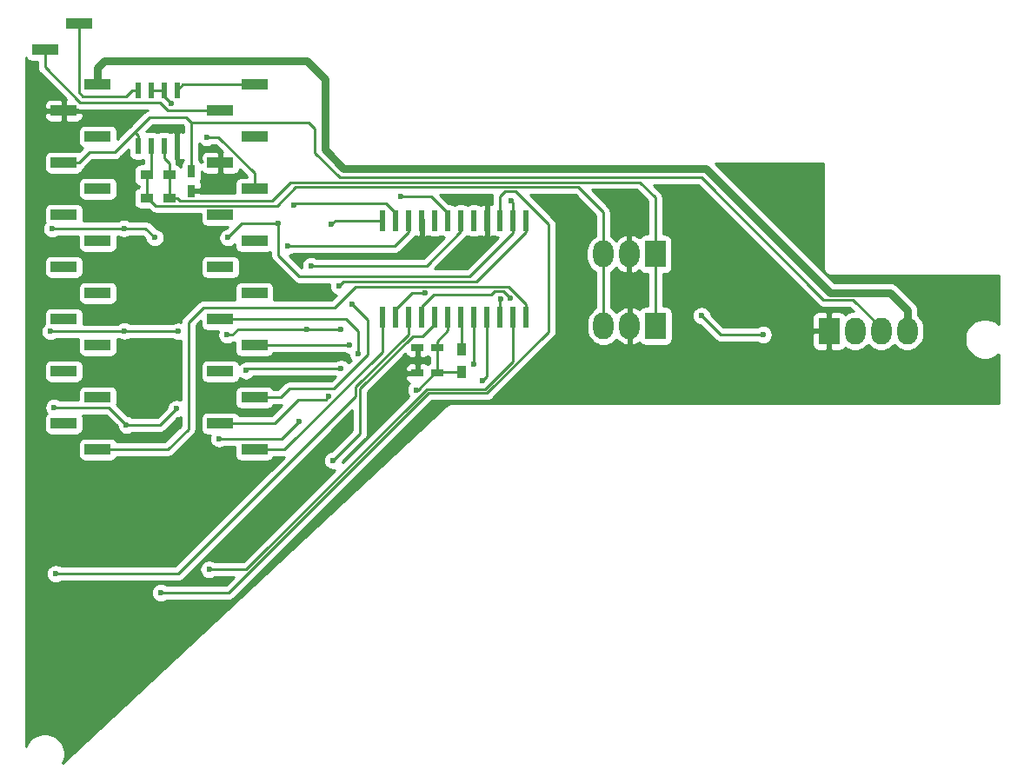
<source format=gbr>
G04 #@! TF.GenerationSoftware,KiCad,Pcbnew,(5.1.4-0-10_14)*
G04 #@! TF.CreationDate,2019-10-31T10:02:22+01:00*
G04 #@! TF.ProjectId,EWI_Right,4557495f-5269-4676-9874-2e6b69636164,-*
G04 #@! TF.SameCoordinates,Original*
G04 #@! TF.FileFunction,Copper,L2,Bot*
G04 #@! TF.FilePolarity,Positive*
%FSLAX46Y46*%
G04 Gerber Fmt 4.6, Leading zero omitted, Abs format (unit mm)*
G04 Created by KiCad (PCBNEW (5.1.4-0-10_14)) date 2019-10-31 10:02:22*
%MOMM*%
%LPD*%
G04 APERTURE LIST*
%ADD10C,0.600000*%
%ADD11R,2.000000X2.600000*%
%ADD12O,2.000000X2.600000*%
%ADD13R,0.750000X1.200000*%
%ADD14R,1.200000X0.900000*%
%ADD15R,0.600000X1.550000*%
%ADD16R,1.200000X0.750000*%
%ADD17R,0.600000X2.000000*%
%ADD18R,0.900000X1.200000*%
%ADD19R,2.510000X1.000000*%
%ADD20C,0.228600*%
%ADD21C,0.762000*%
%ADD22C,0.254000*%
G04 APERTURE END LIST*
D10*
X163250000Y-66500000D03*
X152060000Y-50870000D03*
X181750000Y-49250000D03*
X181060000Y-53370000D03*
X207560000Y-58870000D03*
X176250000Y-53250000D03*
X151760000Y-42170000D03*
X155560000Y-47370000D03*
X152960000Y-76770000D03*
X145960000Y-55570000D03*
X153760000Y-57270000D03*
X191560000Y-51370000D03*
X172500000Y-68500000D03*
D11*
X215985652Y-61878332D03*
D12*
X218525652Y-61878332D03*
X221065652Y-61878332D03*
X223605652Y-61878332D03*
D13*
X153860000Y-46320000D03*
X153860000Y-48220000D03*
D14*
X149510000Y-48920000D03*
X151710000Y-48920000D03*
D15*
X148676981Y-38439933D03*
X149946981Y-38439933D03*
X151216981Y-38439933D03*
X152486981Y-38439933D03*
X152486981Y-43839933D03*
X151216981Y-43839933D03*
X149946981Y-43839933D03*
X148676981Y-43839933D03*
D11*
X199060000Y-54370000D03*
D12*
X196520000Y-54370000D03*
X193980000Y-54370000D03*
D11*
X199100000Y-61370000D03*
D12*
X196560000Y-61370000D03*
X194020000Y-61370000D03*
D16*
X177810000Y-63470000D03*
X175910000Y-63470000D03*
X177810000Y-65970000D03*
X175910000Y-65970000D03*
D17*
X172495652Y-51106332D03*
X173765652Y-51106332D03*
X175035652Y-51106332D03*
X176305652Y-51106332D03*
X177575652Y-51106332D03*
X178845652Y-51106332D03*
X180115652Y-51106332D03*
X181385652Y-51106332D03*
X182655652Y-51106332D03*
X183925652Y-51106332D03*
X185195652Y-51106332D03*
X186465652Y-51106332D03*
X186465652Y-60506332D03*
X185195652Y-60506332D03*
X183925652Y-60506332D03*
X182655652Y-60506332D03*
X181385652Y-60506332D03*
X180115652Y-60506332D03*
X178845652Y-60506332D03*
X177575652Y-60506332D03*
X176305652Y-60506332D03*
X175035652Y-60506332D03*
X173765652Y-60506332D03*
X172495652Y-60506332D03*
D14*
X149510000Y-46670000D03*
X151710000Y-46670000D03*
D18*
X180160000Y-65870000D03*
X180160000Y-63670000D03*
D19*
X144765652Y-37856332D03*
X144765652Y-42936332D03*
X144765652Y-48016332D03*
X144765652Y-53096332D03*
X144765652Y-58176332D03*
X144765652Y-63256332D03*
X144765652Y-68336332D03*
X144765652Y-73416332D03*
X141455652Y-40396332D03*
X141455652Y-45476332D03*
X141455652Y-50556332D03*
X141455652Y-55636332D03*
X141455652Y-60716332D03*
X141455652Y-65796332D03*
X141455652Y-70876332D03*
X160010652Y-37866332D03*
X160010652Y-42946332D03*
X160010652Y-48026332D03*
X160010652Y-53106332D03*
X160010652Y-58186332D03*
X160010652Y-63266332D03*
X160010652Y-68346332D03*
X160010652Y-73426332D03*
X156700652Y-40406332D03*
X156700652Y-45486332D03*
X156700652Y-50566332D03*
X156700652Y-55646332D03*
X156700652Y-60726332D03*
X156700652Y-65806332D03*
X156700652Y-70886332D03*
X142915000Y-31950000D03*
X139605000Y-34490000D03*
D10*
X151910000Y-39720000D03*
X155360000Y-43020000D03*
X175774459Y-67600254D03*
X163862535Y-49632009D03*
X140660000Y-85520000D03*
X184983244Y-49216406D03*
X162349821Y-51415767D03*
X157460000Y-52770000D03*
X150310000Y-52770000D03*
X147310000Y-51870000D03*
X140310000Y-51920000D03*
X152580569Y-61902544D03*
X157380330Y-62253027D03*
X209560317Y-62216771D03*
X165092301Y-61680792D03*
X168437543Y-61699299D03*
X203560000Y-60370000D03*
X174274167Y-48763656D03*
X147360000Y-61870000D03*
X140160000Y-61920000D03*
X152418418Y-69441878D03*
X164355364Y-70690700D03*
X165533587Y-55506902D03*
X156560000Y-72370000D03*
X147560000Y-71020000D03*
X140510000Y-69320000D03*
X163307352Y-53568450D03*
X150910000Y-87370000D03*
X155606466Y-85102071D03*
X159189330Y-65734576D03*
X168469406Y-65535601D03*
X182251686Y-66693631D03*
X167671867Y-74487590D03*
X176643516Y-58162306D03*
X184952197Y-58698058D03*
X184005135Y-58763696D03*
X181360394Y-65130836D03*
X170104166Y-64043656D03*
X169251884Y-63208767D03*
X167250000Y-68250000D03*
X167500000Y-51500000D03*
X168250000Y-57500000D03*
X169500000Y-59250000D03*
D20*
X160010652Y-37866332D02*
X153060582Y-37866332D01*
X153060582Y-37866332D02*
X152486981Y-38439933D01*
X156700652Y-40406332D02*
X151582598Y-40406332D01*
X151582598Y-40406332D02*
X150780497Y-39604231D01*
X143044231Y-39604231D02*
X139605000Y-36165000D01*
X150780497Y-39604231D02*
X143044231Y-39604231D01*
X139605000Y-36165000D02*
X139605000Y-34490000D01*
X151910000Y-39720000D02*
X151216981Y-39026981D01*
X151216981Y-39026981D02*
X151216981Y-38439933D01*
X160010652Y-48026332D02*
X160010652Y-46515550D01*
X160010652Y-46515550D02*
X156515102Y-43020000D01*
X156515102Y-43020000D02*
X155360000Y-43020000D01*
X149946981Y-38439933D02*
X151216981Y-38439933D01*
X175954746Y-67600254D02*
X175774459Y-67600254D01*
X177810000Y-65970000D02*
X177585000Y-65970000D01*
X177585000Y-65970000D02*
X175954746Y-67600254D01*
X153860000Y-41570000D02*
X165310000Y-41570000D01*
X165310000Y-41570000D02*
X165910000Y-42170000D01*
X165910000Y-42170000D02*
X165910000Y-44520000D01*
X165910000Y-44520000D02*
X168328189Y-46938189D01*
X168328189Y-46938189D02*
X203552571Y-46938189D01*
X215437401Y-58823019D02*
X218310339Y-58823019D01*
X203552571Y-46938189D02*
X215437401Y-58823019D01*
X218310339Y-58823019D02*
X221065652Y-61578332D01*
X221065652Y-61578332D02*
X221065652Y-61878332D01*
X148360000Y-42520000D02*
X149806878Y-41073122D01*
X149806878Y-41073122D02*
X153363122Y-41073122D01*
X153363122Y-41073122D02*
X153860000Y-41570000D01*
X153860000Y-46320000D02*
X153860000Y-45491400D01*
X153860000Y-45491400D02*
X153860000Y-41570000D01*
X146410000Y-44470000D02*
X148360000Y-42520000D01*
X148676981Y-42836333D02*
X148360648Y-42520000D01*
X148676981Y-43839933D02*
X148676981Y-42836333D01*
X148360648Y-42520000D02*
X148360000Y-42520000D01*
X141455652Y-45476332D02*
X142939252Y-45476332D01*
X143945584Y-44470000D02*
X146410000Y-44470000D01*
X142939252Y-45476332D02*
X143945584Y-44470000D01*
X177810000Y-63470000D02*
X177810000Y-62866400D01*
X177810000Y-62866400D02*
X178845652Y-61830748D01*
X178845652Y-61830748D02*
X178845652Y-61734932D01*
X178845652Y-61734932D02*
X178845652Y-60506332D01*
X177810000Y-65970000D02*
X177810000Y-65366400D01*
X177810000Y-65366400D02*
X177810000Y-63470000D01*
X180160000Y-65870000D02*
X177910000Y-65870000D01*
X177910000Y-65870000D02*
X177810000Y-65970000D01*
D21*
X223605652Y-61878332D02*
X223605652Y-59816332D01*
X223605652Y-59816332D02*
X221913828Y-58124508D01*
X168710000Y-46020000D02*
X166910000Y-44220000D01*
X221913828Y-58124508D02*
X216064508Y-58124508D01*
X216064508Y-58124508D02*
X203960000Y-46020000D01*
X203960000Y-46020000D02*
X168710000Y-46020000D01*
X166910000Y-44220000D02*
X166910000Y-37370000D01*
X145394157Y-35585843D02*
X144765652Y-36214348D01*
X166910000Y-37370000D02*
X165125843Y-35585843D01*
X165125843Y-35585843D02*
X145394157Y-35585843D01*
X144765652Y-36214348D02*
X144765652Y-37856332D01*
D20*
X199060000Y-54370000D02*
X199060000Y-61330000D01*
X199060000Y-61330000D02*
X199100000Y-61370000D01*
X199060000Y-49870000D02*
X199060000Y-54370000D01*
X151710000Y-48920000D02*
X152538600Y-48920000D01*
X152538600Y-48920000D02*
X152771548Y-49152948D01*
X152771548Y-49152948D02*
X161777052Y-49152948D01*
X161777052Y-49152948D02*
X163560000Y-47370000D01*
X163560000Y-47370000D02*
X197560000Y-47370000D01*
X197560000Y-47370000D02*
X199060000Y-48870000D01*
X199060000Y-48870000D02*
X199060000Y-49870000D01*
X151710000Y-46670000D02*
X151710000Y-48920000D01*
X151216981Y-45026981D02*
X151710000Y-45520000D01*
X151710000Y-45520000D02*
X151710000Y-46670000D01*
X151216981Y-43839933D02*
X151216981Y-45026981D01*
X193980000Y-54370000D02*
X193980000Y-50290000D01*
X194020000Y-61370000D02*
X194020000Y-54410000D01*
X194020000Y-54410000D02*
X193980000Y-54370000D01*
X164060000Y-47870000D02*
X191560000Y-47870000D01*
X193980000Y-50290000D02*
X191560000Y-47870000D01*
X162267899Y-49662101D02*
X164060000Y-47870000D01*
X149510000Y-48920000D02*
X149660000Y-48920000D01*
X149660000Y-48920000D02*
X150402101Y-49662101D01*
X150402101Y-49662101D02*
X162267899Y-49662101D01*
X149510000Y-46670000D02*
X149510000Y-48920000D01*
X149946981Y-43839933D02*
X149946981Y-46233019D01*
X149946981Y-46233019D02*
X149510000Y-46670000D01*
X142915000Y-31950000D02*
X142915000Y-38638353D01*
X142915000Y-38638353D02*
X143305958Y-39029311D01*
X143305958Y-39029311D02*
X147559003Y-39029311D01*
X147559003Y-39029311D02*
X148148381Y-38439933D01*
X148148381Y-38439933D02*
X148676981Y-38439933D01*
X173765652Y-51106332D02*
X173765652Y-50406332D01*
X173765652Y-50406332D02*
X172833589Y-49474269D01*
X172833589Y-49474269D02*
X164020275Y-49474269D01*
X164020275Y-49474269D02*
X163862535Y-49632009D01*
X169903589Y-68226411D02*
X169903589Y-67321632D01*
X140660000Y-85520000D02*
X152610000Y-85520000D01*
X152610000Y-85520000D02*
X169903589Y-68226411D01*
X169903589Y-67321632D02*
X175035652Y-62189569D01*
X175035652Y-62189569D02*
X175035652Y-60506332D01*
X185195652Y-51106332D02*
X185195652Y-52337821D01*
X164392321Y-56531976D02*
X162349821Y-54489476D01*
X162349821Y-51840031D02*
X162349821Y-51415767D01*
X185195652Y-52337821D02*
X181001497Y-56531976D01*
X181001497Y-56531976D02*
X164392321Y-56531976D01*
X162349821Y-54489476D02*
X162349821Y-51840031D01*
X185195652Y-49428814D02*
X184983244Y-49216406D01*
X185195652Y-51106332D02*
X185195652Y-49428814D01*
X161925557Y-51415767D02*
X162349821Y-51415767D01*
X158814233Y-51415767D02*
X161925557Y-51415767D01*
X157460000Y-52770000D02*
X158814233Y-51415767D01*
X147310000Y-51870000D02*
X149410000Y-51870000D01*
X149410000Y-51870000D02*
X150310000Y-52770000D01*
X140310000Y-51920000D02*
X147260000Y-51920000D01*
X147260000Y-51920000D02*
X147310000Y-51870000D01*
X165092301Y-61680792D02*
X158422976Y-61680792D01*
X158422976Y-61680792D02*
X157859705Y-62244063D01*
X157859705Y-62244063D02*
X157389294Y-62244063D01*
X157389294Y-62244063D02*
X157380330Y-62253027D01*
X152548025Y-61870000D02*
X152580569Y-61902544D01*
X147360000Y-61870000D02*
X152548025Y-61870000D01*
X209136053Y-62216771D02*
X209560317Y-62216771D01*
X205406771Y-62216771D02*
X209136053Y-62216771D01*
X203560000Y-60370000D02*
X205406771Y-62216771D01*
X165110808Y-61699299D02*
X165092301Y-61680792D01*
X168437543Y-61699299D02*
X165110808Y-61699299D01*
X174698431Y-48763656D02*
X174274167Y-48763656D01*
X177202976Y-48763656D02*
X174698431Y-48763656D01*
X178845652Y-50406332D02*
X177202976Y-48763656D01*
X178845652Y-51106332D02*
X178845652Y-50406332D01*
X140160000Y-61920000D02*
X147310000Y-61920000D01*
X147310000Y-61920000D02*
X147360000Y-61870000D01*
X180115652Y-51106332D02*
X180115652Y-52177054D01*
X165957851Y-55506902D02*
X165533587Y-55506902D01*
X180115652Y-52177054D02*
X176785804Y-55506902D01*
X176785804Y-55506902D02*
X165957851Y-55506902D01*
X152118419Y-69741877D02*
X152418418Y-69441878D01*
X150840296Y-71020000D02*
X152118419Y-69741877D01*
X147560000Y-71020000D02*
X150840296Y-71020000D01*
X164055365Y-70990699D02*
X164355364Y-70690700D01*
X162676064Y-72370000D02*
X164055365Y-70990699D01*
X156560000Y-72370000D02*
X162676064Y-72370000D01*
X140510000Y-69320000D02*
X145860000Y-69320000D01*
X145860000Y-69320000D02*
X147560000Y-71020000D01*
X175035652Y-51106332D02*
X175035652Y-52252604D01*
X175035652Y-52252604D02*
X173719806Y-53568450D01*
X173719806Y-53568450D02*
X163731616Y-53568450D01*
X163731616Y-53568450D02*
X163307352Y-53568450D01*
X183925652Y-51106332D02*
X183925652Y-48742416D01*
X183925652Y-48742416D02*
X184391659Y-48276409D01*
X184391659Y-48276409D02*
X185461511Y-48276409D01*
X185461511Y-48276409D02*
X188660000Y-51474898D01*
X188660000Y-51474898D02*
X188660000Y-61950446D01*
X188660000Y-61950446D02*
X182688944Y-67921501D01*
X182688944Y-67921501D02*
X176975991Y-67921501D01*
X176975991Y-67921501D02*
X157527492Y-87370000D01*
X151334264Y-87370000D02*
X150910000Y-87370000D01*
X157527492Y-87370000D02*
X151334264Y-87370000D01*
X176807651Y-67515090D02*
X182520604Y-67515090D01*
X155606466Y-85102071D02*
X159220671Y-85102071D01*
X185195652Y-61734932D02*
X185195652Y-60506332D01*
X185195652Y-64840043D02*
X185195652Y-61734932D01*
X159220671Y-85102071D02*
X176807651Y-67515090D01*
X182520604Y-67515090D02*
X185195652Y-64840043D01*
X159388305Y-65535601D02*
X159189330Y-65734576D01*
X168469406Y-65535601D02*
X159388305Y-65535601D01*
X182655652Y-66289665D02*
X182551685Y-66393632D01*
X182655652Y-60506332D02*
X182655652Y-66289665D01*
X182551685Y-66393632D02*
X182251686Y-66693631D01*
X167971866Y-74187591D02*
X167671867Y-74487590D01*
X176424075Y-62357909D02*
X175442063Y-62357909D01*
X177575652Y-60506332D02*
X177575652Y-61206332D01*
X170310000Y-67489971D02*
X170310000Y-71849457D01*
X170310000Y-71849457D02*
X167971866Y-74187591D01*
X175442063Y-62357909D02*
X170310000Y-67489971D01*
X177575652Y-61206332D02*
X176424075Y-62357909D01*
X175409678Y-58162306D02*
X176219252Y-58162306D01*
X173765652Y-59806332D02*
X175409678Y-58162306D01*
X173765652Y-60506332D02*
X173765652Y-59806332D01*
X176219252Y-58162306D02*
X176643516Y-58162306D01*
X176305652Y-60506332D02*
X176305652Y-59521762D01*
X183062874Y-58297461D02*
X183383924Y-57976411D01*
X176305652Y-59521762D02*
X177529953Y-58297461D01*
X177529953Y-58297461D02*
X183062874Y-58297461D01*
X183383924Y-57976411D02*
X184230550Y-57976411D01*
X184230550Y-57976411D02*
X184652198Y-58398059D01*
X184652198Y-58398059D02*
X184952197Y-58698058D01*
X183925652Y-58843179D02*
X184005135Y-58763696D01*
X183925652Y-60506332D02*
X183925652Y-58843179D01*
X181385652Y-65105578D02*
X181360394Y-65130836D01*
X181385652Y-60506332D02*
X181385652Y-65105578D01*
X180160000Y-63670000D02*
X180160000Y-60550680D01*
X180160000Y-60550680D02*
X180115652Y-60506332D01*
X168976332Y-60726332D02*
X170104166Y-61854166D01*
X170104166Y-61854166D02*
X170104166Y-63619392D01*
X156700652Y-60726332D02*
X168976332Y-60726332D01*
X170104166Y-63619392D02*
X170104166Y-64043656D01*
X169194319Y-63266332D02*
X169251884Y-63208767D01*
X160010652Y-63266332D02*
X169194319Y-63266332D01*
X167250000Y-68250000D02*
X166950001Y-68549999D01*
X166950001Y-68549999D02*
X164302933Y-68549999D01*
X164302933Y-68549999D02*
X161966600Y-70886332D01*
X161966600Y-70886332D02*
X156700652Y-70886332D01*
X172495652Y-51106332D02*
X167893668Y-51106332D01*
X167893668Y-51106332D02*
X167500000Y-51500000D01*
X168250000Y-57500000D02*
X168669006Y-57080994D01*
X168669006Y-57080994D02*
X181657956Y-57080994D01*
X181657956Y-57080994D02*
X186465652Y-52273298D01*
X186465652Y-52273298D02*
X186465652Y-51106332D01*
X160010652Y-68346332D02*
X162578917Y-68346332D01*
X167774386Y-67475614D02*
X171043417Y-64206583D01*
X162578917Y-68346332D02*
X163449635Y-67475614D01*
X163449635Y-67475614D02*
X167774386Y-67475614D01*
X171043417Y-64206583D02*
X171043417Y-60793417D01*
X171043417Y-60793417D02*
X169799999Y-59549999D01*
X169799999Y-59549999D02*
X169500000Y-59250000D01*
X144765652Y-73416332D02*
X151583668Y-73416332D01*
X151583668Y-73416332D02*
X153591118Y-71408882D01*
X167831649Y-59598351D02*
X169860000Y-57570000D01*
X153591118Y-71408882D02*
X153591118Y-61018693D01*
X186465652Y-59232058D02*
X186465652Y-59277732D01*
X153591118Y-61018693D02*
X155011460Y-59598351D01*
X155011460Y-59598351D02*
X167831649Y-59598351D01*
X169860000Y-57570000D02*
X184803594Y-57570000D01*
X184803594Y-57570000D02*
X186465652Y-59232058D01*
X186465652Y-59277732D02*
X186465652Y-60506332D01*
X172495652Y-60506332D02*
X172495652Y-63880658D01*
X172495652Y-63880658D02*
X162949978Y-73426332D01*
X162949978Y-73426332D02*
X161494252Y-73426332D01*
X161494252Y-73426332D02*
X160010652Y-73426332D01*
D22*
G36*
X137760498Y-35234180D02*
G01*
X137819463Y-35344494D01*
X137898815Y-35441185D01*
X137995506Y-35520537D01*
X138105820Y-35579502D01*
X138225518Y-35615812D01*
X138350000Y-35628072D01*
X138855700Y-35628072D01*
X138855700Y-36128204D01*
X138852076Y-36165000D01*
X138855700Y-36201795D01*
X138855700Y-36201805D01*
X138866542Y-36311887D01*
X138901400Y-36426798D01*
X138909388Y-36453131D01*
X138978966Y-36583303D01*
X139028412Y-36643553D01*
X139072602Y-36697398D01*
X139101194Y-36720863D01*
X141691532Y-39311202D01*
X141582652Y-39420082D01*
X141582652Y-40269332D01*
X142699017Y-40269332D01*
X142756099Y-40299843D01*
X142897343Y-40342689D01*
X143007425Y-40353531D01*
X143007434Y-40353531D01*
X143044230Y-40357155D01*
X143081026Y-40353531D01*
X149597794Y-40353531D01*
X149518746Y-40377510D01*
X149388575Y-40447088D01*
X149274480Y-40540724D01*
X149251019Y-40569311D01*
X147856194Y-41964137D01*
X147827602Y-41987602D01*
X147804141Y-42016189D01*
X146658724Y-43161607D01*
X146658724Y-42436332D01*
X146646464Y-42311850D01*
X146610154Y-42192152D01*
X146551189Y-42081838D01*
X146471837Y-41985147D01*
X146375146Y-41905795D01*
X146264832Y-41846830D01*
X146145134Y-41810520D01*
X146020652Y-41798260D01*
X143510652Y-41798260D01*
X143386170Y-41810520D01*
X143266472Y-41846830D01*
X143156158Y-41905795D01*
X143059467Y-41985147D01*
X142980115Y-42081838D01*
X142921150Y-42192152D01*
X142884840Y-42311850D01*
X142872580Y-42436332D01*
X142872580Y-43436332D01*
X142884840Y-43560814D01*
X142921150Y-43680512D01*
X142980115Y-43790826D01*
X143059467Y-43887517D01*
X143156158Y-43966869D01*
X143266472Y-44025834D01*
X143315276Y-44040638D01*
X142964120Y-44391795D01*
X142954832Y-44386830D01*
X142835134Y-44350520D01*
X142710652Y-44338260D01*
X140200652Y-44338260D01*
X140076170Y-44350520D01*
X139956472Y-44386830D01*
X139846158Y-44445795D01*
X139749467Y-44525147D01*
X139670115Y-44621838D01*
X139611150Y-44732152D01*
X139574840Y-44851850D01*
X139562580Y-44976332D01*
X139562580Y-45976332D01*
X139574840Y-46100814D01*
X139611150Y-46220512D01*
X139670115Y-46330826D01*
X139749467Y-46427517D01*
X139846158Y-46506869D01*
X139956472Y-46565834D01*
X140076170Y-46602144D01*
X140200652Y-46614404D01*
X142710652Y-46614404D01*
X142835134Y-46602144D01*
X142954832Y-46565834D01*
X143065146Y-46506869D01*
X143161837Y-46427517D01*
X143241189Y-46330826D01*
X143300154Y-46220512D01*
X143331821Y-46116121D01*
X143357555Y-46102366D01*
X143471650Y-46008730D01*
X143495115Y-45980138D01*
X144255954Y-45219300D01*
X146373205Y-45219300D01*
X146410000Y-45222924D01*
X146446795Y-45219300D01*
X146446806Y-45219300D01*
X146556888Y-45208458D01*
X146698132Y-45165612D01*
X146828303Y-45096034D01*
X146942398Y-45002398D01*
X146965863Y-44973806D01*
X147738909Y-44200760D01*
X147738909Y-44614933D01*
X147751169Y-44739415D01*
X147787479Y-44859113D01*
X147846444Y-44969427D01*
X147925796Y-45066118D01*
X148022487Y-45145470D01*
X148132801Y-45204435D01*
X148252499Y-45240745D01*
X148376981Y-45253005D01*
X148976981Y-45253005D01*
X149101463Y-45240745D01*
X149197682Y-45211557D01*
X149197682Y-45581928D01*
X148910000Y-45581928D01*
X148785518Y-45594188D01*
X148665820Y-45630498D01*
X148555506Y-45689463D01*
X148458815Y-45768815D01*
X148379463Y-45865506D01*
X148320498Y-45975820D01*
X148284188Y-46095518D01*
X148271928Y-46220000D01*
X148271928Y-47120000D01*
X148284188Y-47244482D01*
X148320498Y-47364180D01*
X148379463Y-47474494D01*
X148458815Y-47571185D01*
X148555506Y-47650537D01*
X148665820Y-47709502D01*
X148760700Y-47738284D01*
X148760701Y-47851716D01*
X148665820Y-47880498D01*
X148555506Y-47939463D01*
X148458815Y-48018815D01*
X148379463Y-48115506D01*
X148320498Y-48225820D01*
X148284188Y-48345518D01*
X148271928Y-48470000D01*
X148271928Y-49370000D01*
X148284188Y-49494482D01*
X148320498Y-49614180D01*
X148379463Y-49724494D01*
X148458815Y-49821185D01*
X148555506Y-49900537D01*
X148665820Y-49959502D01*
X148785518Y-49995812D01*
X148910000Y-50008072D01*
X149688402Y-50008072D01*
X149846242Y-50165912D01*
X149869703Y-50194499D01*
X149898289Y-50217959D01*
X149898291Y-50217961D01*
X149910569Y-50228037D01*
X149983798Y-50288135D01*
X150113969Y-50357713D01*
X150255213Y-50400559D01*
X150365295Y-50411401D01*
X150365304Y-50411401D01*
X150402100Y-50415025D01*
X150438896Y-50411401D01*
X154807580Y-50411401D01*
X154807580Y-51066332D01*
X154819840Y-51190814D01*
X154856150Y-51310512D01*
X154915115Y-51420826D01*
X154994467Y-51517517D01*
X155091158Y-51596869D01*
X155201472Y-51655834D01*
X155321170Y-51692144D01*
X155445652Y-51704404D01*
X157465926Y-51704404D01*
X157327240Y-51843090D01*
X157187271Y-51870932D01*
X157017111Y-51941414D01*
X156863972Y-52043738D01*
X156733738Y-52173972D01*
X156631414Y-52327111D01*
X156560932Y-52497271D01*
X156525000Y-52677911D01*
X156525000Y-52862089D01*
X156560932Y-53042729D01*
X156631414Y-53212889D01*
X156733738Y-53366028D01*
X156863972Y-53496262D01*
X157017111Y-53598586D01*
X157187271Y-53669068D01*
X157367911Y-53705000D01*
X157552089Y-53705000D01*
X157732729Y-53669068D01*
X157902889Y-53598586D01*
X158056028Y-53496262D01*
X158117580Y-53434710D01*
X158117580Y-53606332D01*
X158129840Y-53730814D01*
X158166150Y-53850512D01*
X158225115Y-53960826D01*
X158304467Y-54057517D01*
X158401158Y-54136869D01*
X158511472Y-54195834D01*
X158631170Y-54232144D01*
X158755652Y-54244404D01*
X161265652Y-54244404D01*
X161390134Y-54232144D01*
X161509832Y-54195834D01*
X161600521Y-54147359D01*
X161600521Y-54452680D01*
X161596897Y-54489476D01*
X161600521Y-54526271D01*
X161600521Y-54526281D01*
X161611363Y-54636363D01*
X161645932Y-54750321D01*
X161654209Y-54777607D01*
X161723787Y-54907779D01*
X161771454Y-54965861D01*
X161817423Y-55021874D01*
X161846015Y-55045339D01*
X163836462Y-57035787D01*
X163859923Y-57064374D01*
X163888509Y-57087834D01*
X163888511Y-57087836D01*
X163974017Y-57158010D01*
X164043595Y-57195200D01*
X164104189Y-57227588D01*
X164245433Y-57270434D01*
X164355515Y-57281276D01*
X164355524Y-57281276D01*
X164392320Y-57284900D01*
X164429116Y-57281276D01*
X167340190Y-57281276D01*
X167315000Y-57407911D01*
X167315000Y-57592089D01*
X167350932Y-57772729D01*
X167421414Y-57942889D01*
X167523738Y-58096028D01*
X167653972Y-58226262D01*
X167807111Y-58328586D01*
X167973022Y-58397308D01*
X167521280Y-58849051D01*
X161879865Y-58849051D01*
X161891464Y-58810814D01*
X161903724Y-58686332D01*
X161903724Y-57686332D01*
X161891464Y-57561850D01*
X161855154Y-57442152D01*
X161796189Y-57331838D01*
X161716837Y-57235147D01*
X161620146Y-57155795D01*
X161509832Y-57096830D01*
X161390134Y-57060520D01*
X161265652Y-57048260D01*
X158755652Y-57048260D01*
X158631170Y-57060520D01*
X158511472Y-57096830D01*
X158401158Y-57155795D01*
X158304467Y-57235147D01*
X158225115Y-57331838D01*
X158166150Y-57442152D01*
X158129840Y-57561850D01*
X158117580Y-57686332D01*
X158117580Y-58686332D01*
X158129840Y-58810814D01*
X158141439Y-58849051D01*
X155048256Y-58849051D01*
X155011460Y-58845427D01*
X154974664Y-58849051D01*
X154974654Y-58849051D01*
X154864572Y-58859893D01*
X154729839Y-58900764D01*
X154723328Y-58902739D01*
X154593156Y-58972317D01*
X154509679Y-59040826D01*
X154479062Y-59065953D01*
X154455601Y-59094540D01*
X153087307Y-60462835D01*
X153058721Y-60486295D01*
X153035261Y-60514881D01*
X153035258Y-60514884D01*
X152965084Y-60600390D01*
X152895506Y-60730562D01*
X152882287Y-60774140D01*
X152852661Y-60871805D01*
X152845649Y-60943000D01*
X152839954Y-61000822D01*
X152672658Y-60967544D01*
X152488480Y-60967544D01*
X152307840Y-61003476D01*
X152137680Y-61073958D01*
X152067726Y-61120700D01*
X147921549Y-61120700D01*
X147802889Y-61041414D01*
X147632729Y-60970932D01*
X147452089Y-60935000D01*
X147267911Y-60935000D01*
X147087271Y-60970932D01*
X146917111Y-61041414D01*
X146763972Y-61143738D01*
X146737010Y-61170700D01*
X143348724Y-61170700D01*
X143348724Y-60216332D01*
X143336464Y-60091850D01*
X143300154Y-59972152D01*
X143241189Y-59861838D01*
X143161837Y-59765147D01*
X143065146Y-59685795D01*
X142954832Y-59626830D01*
X142835134Y-59590520D01*
X142710652Y-59578260D01*
X140200652Y-59578260D01*
X140076170Y-59590520D01*
X139956472Y-59626830D01*
X139846158Y-59685795D01*
X139749467Y-59765147D01*
X139670115Y-59861838D01*
X139611150Y-59972152D01*
X139574840Y-60091850D01*
X139562580Y-60216332D01*
X139562580Y-61195130D01*
X139433738Y-61323972D01*
X139331414Y-61477111D01*
X139260932Y-61647271D01*
X139225000Y-61827911D01*
X139225000Y-62012089D01*
X139260932Y-62192729D01*
X139331414Y-62362889D01*
X139433738Y-62516028D01*
X139563972Y-62646262D01*
X139717111Y-62748586D01*
X139887271Y-62819068D01*
X140067911Y-62855000D01*
X140252089Y-62855000D01*
X140432729Y-62819068D01*
X140602889Y-62748586D01*
X140721549Y-62669300D01*
X142881152Y-62669300D01*
X142872580Y-62756332D01*
X142872580Y-63756332D01*
X142884840Y-63880814D01*
X142921150Y-64000512D01*
X142980115Y-64110826D01*
X143059467Y-64207517D01*
X143156158Y-64286869D01*
X143266472Y-64345834D01*
X143386170Y-64382144D01*
X143510652Y-64394404D01*
X146020652Y-64394404D01*
X146145134Y-64382144D01*
X146264832Y-64345834D01*
X146375146Y-64286869D01*
X146471837Y-64207517D01*
X146551189Y-64110826D01*
X146610154Y-64000512D01*
X146646464Y-63880814D01*
X146658724Y-63756332D01*
X146658724Y-62756332D01*
X146650152Y-62669300D01*
X146873281Y-62669300D01*
X146917111Y-62698586D01*
X147087271Y-62769068D01*
X147267911Y-62805000D01*
X147452089Y-62805000D01*
X147632729Y-62769068D01*
X147802889Y-62698586D01*
X147921549Y-62619300D01*
X151975035Y-62619300D01*
X151984541Y-62628806D01*
X152137680Y-62731130D01*
X152307840Y-62801612D01*
X152488480Y-62837544D01*
X152672658Y-62837544D01*
X152841819Y-62803895D01*
X152841818Y-68605220D01*
X152691147Y-68542810D01*
X152510507Y-68506878D01*
X152326329Y-68506878D01*
X152145689Y-68542810D01*
X151975529Y-68613292D01*
X151822390Y-68715616D01*
X151692156Y-68845850D01*
X151589832Y-68998989D01*
X151519350Y-69169149D01*
X151491508Y-69309118D01*
X150529927Y-70270700D01*
X148121549Y-70270700D01*
X148002889Y-70191414D01*
X147832729Y-70120932D01*
X147692760Y-70093090D01*
X146626452Y-69026783D01*
X146646464Y-68960814D01*
X146658724Y-68836332D01*
X146658724Y-67836332D01*
X146646464Y-67711850D01*
X146610154Y-67592152D01*
X146551189Y-67481838D01*
X146471837Y-67385147D01*
X146375146Y-67305795D01*
X146264832Y-67246830D01*
X146145134Y-67210520D01*
X146020652Y-67198260D01*
X143510652Y-67198260D01*
X143386170Y-67210520D01*
X143266472Y-67246830D01*
X143156158Y-67305795D01*
X143059467Y-67385147D01*
X142980115Y-67481838D01*
X142921150Y-67592152D01*
X142884840Y-67711850D01*
X142872580Y-67836332D01*
X142872580Y-68570700D01*
X141071549Y-68570700D01*
X140952889Y-68491414D01*
X140782729Y-68420932D01*
X140602089Y-68385000D01*
X140417911Y-68385000D01*
X140237271Y-68420932D01*
X140067111Y-68491414D01*
X139913972Y-68593738D01*
X139783738Y-68723972D01*
X139681414Y-68877111D01*
X139610932Y-69047271D01*
X139575000Y-69227911D01*
X139575000Y-69412089D01*
X139610932Y-69592729D01*
X139681414Y-69762889D01*
X139775536Y-69903753D01*
X139749467Y-69925147D01*
X139670115Y-70021838D01*
X139611150Y-70132152D01*
X139574840Y-70251850D01*
X139562580Y-70376332D01*
X139562580Y-71376332D01*
X139574840Y-71500814D01*
X139611150Y-71620512D01*
X139670115Y-71730826D01*
X139749467Y-71827517D01*
X139846158Y-71906869D01*
X139956472Y-71965834D01*
X140076170Y-72002144D01*
X140200652Y-72014404D01*
X142710652Y-72014404D01*
X142835134Y-72002144D01*
X142954832Y-71965834D01*
X143065146Y-71906869D01*
X143161837Y-71827517D01*
X143241189Y-71730826D01*
X143300154Y-71620512D01*
X143336464Y-71500814D01*
X143348724Y-71376332D01*
X143348724Y-70376332D01*
X143336464Y-70251850D01*
X143300154Y-70132152D01*
X143266558Y-70069300D01*
X145549631Y-70069300D01*
X146633090Y-71152760D01*
X146660932Y-71292729D01*
X146731414Y-71462889D01*
X146833738Y-71616028D01*
X146963972Y-71746262D01*
X147117111Y-71848586D01*
X147287271Y-71919068D01*
X147467911Y-71955000D01*
X147652089Y-71955000D01*
X147832729Y-71919068D01*
X148002889Y-71848586D01*
X148121549Y-71769300D01*
X150803501Y-71769300D01*
X150840296Y-71772924D01*
X150877091Y-71769300D01*
X150877102Y-71769300D01*
X150987184Y-71758458D01*
X151128428Y-71715612D01*
X151258599Y-71646034D01*
X151372694Y-71552398D01*
X151396159Y-71523806D01*
X152551178Y-70368788D01*
X152691147Y-70340946D01*
X152841818Y-70278536D01*
X152841818Y-71098512D01*
X151273299Y-72667032D01*
X146607417Y-72667032D01*
X146551189Y-72561838D01*
X146471837Y-72465147D01*
X146375146Y-72385795D01*
X146264832Y-72326830D01*
X146145134Y-72290520D01*
X146020652Y-72278260D01*
X143510652Y-72278260D01*
X143386170Y-72290520D01*
X143266472Y-72326830D01*
X143156158Y-72385795D01*
X143059467Y-72465147D01*
X142980115Y-72561838D01*
X142921150Y-72672152D01*
X142884840Y-72791850D01*
X142872580Y-72916332D01*
X142872580Y-73916332D01*
X142884840Y-74040814D01*
X142921150Y-74160512D01*
X142980115Y-74270826D01*
X143059467Y-74367517D01*
X143156158Y-74446869D01*
X143266472Y-74505834D01*
X143386170Y-74542144D01*
X143510652Y-74554404D01*
X146020652Y-74554404D01*
X146145134Y-74542144D01*
X146264832Y-74505834D01*
X146375146Y-74446869D01*
X146471837Y-74367517D01*
X146551189Y-74270826D01*
X146607417Y-74165632D01*
X151546873Y-74165632D01*
X151583668Y-74169256D01*
X151620463Y-74165632D01*
X151620474Y-74165632D01*
X151730556Y-74154790D01*
X151871800Y-74111944D01*
X152001971Y-74042366D01*
X152116066Y-73948730D01*
X152139531Y-73920138D01*
X154094931Y-71964739D01*
X154123516Y-71941280D01*
X154168668Y-71886263D01*
X154217152Y-71827186D01*
X154286730Y-71697014D01*
X154289977Y-71686311D01*
X154329576Y-71555770D01*
X154340418Y-71445688D01*
X154340418Y-71445679D01*
X154344042Y-71408883D01*
X154340418Y-71372087D01*
X154340418Y-61329062D01*
X154807580Y-60861900D01*
X154807580Y-61226332D01*
X154819840Y-61350814D01*
X154856150Y-61470512D01*
X154915115Y-61580826D01*
X154994467Y-61677517D01*
X155091158Y-61756869D01*
X155201472Y-61815834D01*
X155321170Y-61852144D01*
X155445652Y-61864404D01*
X156529266Y-61864404D01*
X156481262Y-61980298D01*
X156445330Y-62160938D01*
X156445330Y-62345116D01*
X156481262Y-62525756D01*
X156551744Y-62695916D01*
X156654068Y-62849055D01*
X156784302Y-62979289D01*
X156937441Y-63081613D01*
X157107601Y-63152095D01*
X157288241Y-63188027D01*
X157472419Y-63188027D01*
X157653059Y-63152095D01*
X157823219Y-63081613D01*
X157965458Y-62986572D01*
X158006593Y-62982521D01*
X158117580Y-62948853D01*
X158117580Y-63766332D01*
X158129840Y-63890814D01*
X158166150Y-64010512D01*
X158225115Y-64120826D01*
X158304467Y-64217517D01*
X158401158Y-64296869D01*
X158511472Y-64355834D01*
X158631170Y-64392144D01*
X158755652Y-64404404D01*
X161265652Y-64404404D01*
X161390134Y-64392144D01*
X161509832Y-64355834D01*
X161620146Y-64296869D01*
X161716837Y-64217517D01*
X161796189Y-64120826D01*
X161852417Y-64015632D01*
X168776487Y-64015632D01*
X168808995Y-64037353D01*
X168979155Y-64107835D01*
X169159795Y-64143767D01*
X169170762Y-64143767D01*
X169205098Y-64316385D01*
X169275580Y-64486545D01*
X169377904Y-64639684D01*
X169464275Y-64726055D01*
X169217734Y-64972597D01*
X169195668Y-64939573D01*
X169065434Y-64809339D01*
X168912295Y-64707015D01*
X168742135Y-64636533D01*
X168561495Y-64600601D01*
X168377317Y-64600601D01*
X168196677Y-64636533D01*
X168026517Y-64707015D01*
X167907857Y-64786301D01*
X159425100Y-64786301D01*
X159388304Y-64782677D01*
X159351508Y-64786301D01*
X159351499Y-64786301D01*
X159241417Y-64797143D01*
X159233396Y-64799576D01*
X159097241Y-64799576D01*
X158916601Y-64835508D01*
X158746441Y-64905990D01*
X158593302Y-65008314D01*
X158543172Y-65058444D01*
X158486189Y-64951838D01*
X158406837Y-64855147D01*
X158310146Y-64775795D01*
X158199832Y-64716830D01*
X158080134Y-64680520D01*
X157955652Y-64668260D01*
X155445652Y-64668260D01*
X155321170Y-64680520D01*
X155201472Y-64716830D01*
X155091158Y-64775795D01*
X154994467Y-64855147D01*
X154915115Y-64951838D01*
X154856150Y-65062152D01*
X154819840Y-65181850D01*
X154807580Y-65306332D01*
X154807580Y-66306332D01*
X154819840Y-66430814D01*
X154856150Y-66550512D01*
X154915115Y-66660826D01*
X154994467Y-66757517D01*
X155091158Y-66836869D01*
X155201472Y-66895834D01*
X155321170Y-66932144D01*
X155445652Y-66944404D01*
X157955652Y-66944404D01*
X158080134Y-66932144D01*
X158199832Y-66895834D01*
X158310146Y-66836869D01*
X158406837Y-66757517D01*
X158486189Y-66660826D01*
X158545154Y-66550512D01*
X158577231Y-66444767D01*
X158593302Y-66460838D01*
X158746441Y-66563162D01*
X158916601Y-66633644D01*
X159097241Y-66669576D01*
X159281419Y-66669576D01*
X159462059Y-66633644D01*
X159632219Y-66563162D01*
X159785358Y-66460838D01*
X159915592Y-66330604D01*
X159946130Y-66284901D01*
X167905430Y-66284901D01*
X167464017Y-66726314D01*
X163486430Y-66726314D01*
X163449634Y-66722690D01*
X163412838Y-66726314D01*
X163412829Y-66726314D01*
X163302747Y-66737156D01*
X163161503Y-66780002D01*
X163136299Y-66793474D01*
X163031331Y-66849580D01*
X162965839Y-66903329D01*
X162917237Y-66943216D01*
X162893776Y-66971803D01*
X162268548Y-67597032D01*
X161852417Y-67597032D01*
X161796189Y-67491838D01*
X161716837Y-67395147D01*
X161620146Y-67315795D01*
X161509832Y-67256830D01*
X161390134Y-67220520D01*
X161265652Y-67208260D01*
X158755652Y-67208260D01*
X158631170Y-67220520D01*
X158511472Y-67256830D01*
X158401158Y-67315795D01*
X158304467Y-67395147D01*
X158225115Y-67491838D01*
X158166150Y-67602152D01*
X158129840Y-67721850D01*
X158117580Y-67846332D01*
X158117580Y-68846332D01*
X158129840Y-68970814D01*
X158166150Y-69090512D01*
X158225115Y-69200826D01*
X158304467Y-69297517D01*
X158401158Y-69376869D01*
X158511472Y-69435834D01*
X158631170Y-69472144D01*
X158755652Y-69484404D01*
X161265652Y-69484404D01*
X161390134Y-69472144D01*
X161509832Y-69435834D01*
X161620146Y-69376869D01*
X161716837Y-69297517D01*
X161796189Y-69200826D01*
X161852417Y-69095632D01*
X162542122Y-69095632D01*
X162578917Y-69099256D01*
X162615712Y-69095632D01*
X162615723Y-69095632D01*
X162706578Y-69086684D01*
X161656231Y-70137032D01*
X158542417Y-70137032D01*
X158486189Y-70031838D01*
X158406837Y-69935147D01*
X158310146Y-69855795D01*
X158199832Y-69796830D01*
X158080134Y-69760520D01*
X157955652Y-69748260D01*
X155445652Y-69748260D01*
X155321170Y-69760520D01*
X155201472Y-69796830D01*
X155091158Y-69855795D01*
X154994467Y-69935147D01*
X154915115Y-70031838D01*
X154856150Y-70142152D01*
X154819840Y-70261850D01*
X154807580Y-70386332D01*
X154807580Y-71386332D01*
X154819840Y-71510814D01*
X154856150Y-71630512D01*
X154915115Y-71740826D01*
X154994467Y-71837517D01*
X155091158Y-71916869D01*
X155201472Y-71975834D01*
X155321170Y-72012144D01*
X155445652Y-72024404D01*
X155691114Y-72024404D01*
X155660932Y-72097271D01*
X155625000Y-72277911D01*
X155625000Y-72462089D01*
X155660932Y-72642729D01*
X155731414Y-72812889D01*
X155833738Y-72966028D01*
X155963972Y-73096262D01*
X156117111Y-73198586D01*
X156287271Y-73269068D01*
X156467911Y-73305000D01*
X156652089Y-73305000D01*
X156832729Y-73269068D01*
X157002889Y-73198586D01*
X157121549Y-73119300D01*
X158117580Y-73119300D01*
X158117580Y-73926332D01*
X158129840Y-74050814D01*
X158166150Y-74170512D01*
X158225115Y-74280826D01*
X158304467Y-74377517D01*
X158401158Y-74456869D01*
X158511472Y-74515834D01*
X158631170Y-74552144D01*
X158755652Y-74564404D01*
X161265652Y-74564404D01*
X161390134Y-74552144D01*
X161509832Y-74515834D01*
X161620146Y-74456869D01*
X161716837Y-74377517D01*
X161796189Y-74280826D01*
X161852417Y-74175632D01*
X162894698Y-74175632D01*
X152299631Y-84770700D01*
X141221549Y-84770700D01*
X141102889Y-84691414D01*
X140932729Y-84620932D01*
X140752089Y-84585000D01*
X140567911Y-84585000D01*
X140387271Y-84620932D01*
X140217111Y-84691414D01*
X140063972Y-84793738D01*
X139933738Y-84923972D01*
X139831414Y-85077111D01*
X139760932Y-85247271D01*
X139725000Y-85427911D01*
X139725000Y-85612089D01*
X139760932Y-85792729D01*
X139831414Y-85962889D01*
X139933738Y-86116028D01*
X140063972Y-86246262D01*
X140217111Y-86348586D01*
X140387271Y-86419068D01*
X140567911Y-86455000D01*
X140752089Y-86455000D01*
X140932729Y-86419068D01*
X141102889Y-86348586D01*
X141221549Y-86269300D01*
X152573205Y-86269300D01*
X152610000Y-86272924D01*
X152646795Y-86269300D01*
X152646806Y-86269300D01*
X152756888Y-86258458D01*
X152898132Y-86215612D01*
X153028303Y-86146034D01*
X153142398Y-86052398D01*
X153165863Y-86023806D01*
X169560700Y-69628969D01*
X169560701Y-71539085D01*
X167539108Y-73560680D01*
X167399138Y-73588522D01*
X167228978Y-73659004D01*
X167075839Y-73761328D01*
X166945605Y-73891562D01*
X166843281Y-74044701D01*
X166772799Y-74214861D01*
X166736867Y-74395501D01*
X166736867Y-74579679D01*
X166772799Y-74760319D01*
X166843281Y-74930479D01*
X166945605Y-75083618D01*
X167075839Y-75213852D01*
X167228978Y-75316176D01*
X167399138Y-75386658D01*
X167579778Y-75422590D01*
X167763956Y-75422590D01*
X167859484Y-75403588D01*
X158910302Y-84352771D01*
X156168015Y-84352771D01*
X156049355Y-84273485D01*
X155879195Y-84203003D01*
X155698555Y-84167071D01*
X155514377Y-84167071D01*
X155333737Y-84203003D01*
X155163577Y-84273485D01*
X155010438Y-84375809D01*
X154880204Y-84506043D01*
X154777880Y-84659182D01*
X154707398Y-84829342D01*
X154671466Y-85009982D01*
X154671466Y-85194160D01*
X154707398Y-85374800D01*
X154777880Y-85544960D01*
X154880204Y-85698099D01*
X155010438Y-85828333D01*
X155163577Y-85930657D01*
X155333737Y-86001139D01*
X155514377Y-86037071D01*
X155698555Y-86037071D01*
X155879195Y-86001139D01*
X156049355Y-85930657D01*
X156168015Y-85851371D01*
X157986452Y-85851371D01*
X157217123Y-86620700D01*
X151471549Y-86620700D01*
X151352889Y-86541414D01*
X151182729Y-86470932D01*
X151002089Y-86435000D01*
X150817911Y-86435000D01*
X150637271Y-86470932D01*
X150467111Y-86541414D01*
X150313972Y-86643738D01*
X150183738Y-86773972D01*
X150081414Y-86927111D01*
X150010932Y-87097271D01*
X149975000Y-87277911D01*
X149975000Y-87462089D01*
X150010932Y-87642729D01*
X150081414Y-87812889D01*
X150183738Y-87966028D01*
X150313972Y-88096262D01*
X150467111Y-88198586D01*
X150637271Y-88269068D01*
X150817911Y-88305000D01*
X151002089Y-88305000D01*
X151182729Y-88269068D01*
X151352889Y-88198586D01*
X151471549Y-88119300D01*
X157490697Y-88119300D01*
X157527492Y-88122924D01*
X157564287Y-88119300D01*
X157564298Y-88119300D01*
X157674380Y-88108458D01*
X157815624Y-88065612D01*
X157945795Y-87996034D01*
X158059890Y-87902398D01*
X158083355Y-87873806D01*
X177286361Y-68670801D01*
X182652148Y-68670801D01*
X182688944Y-68674425D01*
X182725739Y-68670801D01*
X182725750Y-68670801D01*
X182835832Y-68659959D01*
X182977076Y-68617113D01*
X183107247Y-68547535D01*
X183221342Y-68453899D01*
X183244807Y-68425307D01*
X189163817Y-62506300D01*
X189192398Y-62482844D01*
X189215854Y-62454263D01*
X189215861Y-62454256D01*
X189286034Y-62368749D01*
X189355612Y-62238578D01*
X189363971Y-62211021D01*
X189398458Y-62097334D01*
X189409300Y-61987252D01*
X189409300Y-61987242D01*
X189412924Y-61950446D01*
X189409300Y-61913648D01*
X189409300Y-51511696D01*
X189412924Y-51474898D01*
X189409300Y-51438100D01*
X189409300Y-51438092D01*
X189398458Y-51328010D01*
X189355612Y-51186766D01*
X189286034Y-51056595D01*
X189285818Y-51056332D01*
X189215861Y-50971088D01*
X189215854Y-50971081D01*
X189192398Y-50942500D01*
X189163818Y-50919045D01*
X186864072Y-48619300D01*
X191249631Y-48619300D01*
X193230701Y-50600372D01*
X193230700Y-52616602D01*
X193067249Y-52703969D01*
X192818286Y-52908286D01*
X192613969Y-53157248D01*
X192462148Y-53441285D01*
X192368657Y-53749484D01*
X192345000Y-53989678D01*
X192345000Y-54750321D01*
X192368657Y-54990515D01*
X192462148Y-55298714D01*
X192613969Y-55582751D01*
X192818286Y-55831714D01*
X193067248Y-56036031D01*
X193270701Y-56144779D01*
X193270700Y-59616602D01*
X193107249Y-59703969D01*
X192858286Y-59908286D01*
X192653969Y-60157248D01*
X192502148Y-60441285D01*
X192408657Y-60749484D01*
X192385000Y-60989678D01*
X192385000Y-61750321D01*
X192408657Y-61990515D01*
X192502148Y-62298714D01*
X192653969Y-62582751D01*
X192858286Y-62831714D01*
X193107248Y-63036031D01*
X193391285Y-63187852D01*
X193699484Y-63281343D01*
X194020000Y-63312911D01*
X194340515Y-63281343D01*
X194648714Y-63187852D01*
X194932751Y-63036031D01*
X195181714Y-62831714D01*
X195288284Y-62701858D01*
X195493683Y-62915922D01*
X195757239Y-63100010D01*
X196051645Y-63229144D01*
X196179566Y-63260124D01*
X196433000Y-63140777D01*
X196433000Y-61497000D01*
X196413000Y-61497000D01*
X196413000Y-61243000D01*
X196433000Y-61243000D01*
X196433000Y-59599223D01*
X196179566Y-59479876D01*
X196051645Y-59510856D01*
X195757239Y-59639990D01*
X195493683Y-59824078D01*
X195288284Y-60038142D01*
X195181714Y-59908286D01*
X194932752Y-59703969D01*
X194769300Y-59616602D01*
X194769300Y-56102017D01*
X194892751Y-56036031D01*
X195141714Y-55831714D01*
X195248284Y-55701858D01*
X195453683Y-55915922D01*
X195717239Y-56100010D01*
X196011645Y-56229144D01*
X196139566Y-56260124D01*
X196393000Y-56140777D01*
X196393000Y-54497000D01*
X196373000Y-54497000D01*
X196373000Y-54243000D01*
X196393000Y-54243000D01*
X196393000Y-52599223D01*
X196139566Y-52479876D01*
X196011645Y-52510856D01*
X195717239Y-52639990D01*
X195453683Y-52824078D01*
X195248284Y-53038142D01*
X195141714Y-52908286D01*
X194892752Y-52703969D01*
X194729300Y-52616602D01*
X194729300Y-50326796D01*
X194732924Y-50290000D01*
X194729300Y-50253204D01*
X194729300Y-50253194D01*
X194718458Y-50143112D01*
X194675612Y-50001868D01*
X194652967Y-49959502D01*
X194606034Y-49871696D01*
X194535861Y-49786190D01*
X194535854Y-49786183D01*
X194512398Y-49757602D01*
X194483817Y-49734146D01*
X192868970Y-48119300D01*
X197249631Y-48119300D01*
X198310700Y-49180370D01*
X198310701Y-49833186D01*
X198310700Y-49833195D01*
X198310701Y-52431928D01*
X198060000Y-52431928D01*
X197935518Y-52444188D01*
X197815820Y-52480498D01*
X197705506Y-52539463D01*
X197608815Y-52618815D01*
X197529463Y-52715506D01*
X197502662Y-52765647D01*
X197322761Y-52639990D01*
X197028355Y-52510856D01*
X196900434Y-52479876D01*
X196647000Y-52599223D01*
X196647000Y-54243000D01*
X196667000Y-54243000D01*
X196667000Y-54497000D01*
X196647000Y-54497000D01*
X196647000Y-56140777D01*
X196900434Y-56260124D01*
X197028355Y-56229144D01*
X197322761Y-56100010D01*
X197502662Y-55974353D01*
X197529463Y-56024494D01*
X197608815Y-56121185D01*
X197705506Y-56200537D01*
X197815820Y-56259502D01*
X197935518Y-56295812D01*
X198060000Y-56308072D01*
X198310700Y-56308072D01*
X198310701Y-59431928D01*
X198100000Y-59431928D01*
X197975518Y-59444188D01*
X197855820Y-59480498D01*
X197745506Y-59539463D01*
X197648815Y-59618815D01*
X197569463Y-59715506D01*
X197542662Y-59765647D01*
X197362761Y-59639990D01*
X197068355Y-59510856D01*
X196940434Y-59479876D01*
X196687000Y-59599223D01*
X196687000Y-61243000D01*
X196707000Y-61243000D01*
X196707000Y-61497000D01*
X196687000Y-61497000D01*
X196687000Y-63140777D01*
X196940434Y-63260124D01*
X197068355Y-63229144D01*
X197362761Y-63100010D01*
X197542662Y-62974353D01*
X197569463Y-63024494D01*
X197648815Y-63121185D01*
X197745506Y-63200537D01*
X197855820Y-63259502D01*
X197975518Y-63295812D01*
X198100000Y-63308072D01*
X200100000Y-63308072D01*
X200224482Y-63295812D01*
X200344180Y-63259502D01*
X200454494Y-63200537D01*
X200481550Y-63178332D01*
X214347580Y-63178332D01*
X214359840Y-63302814D01*
X214396150Y-63422512D01*
X214455115Y-63532826D01*
X214534467Y-63629517D01*
X214631158Y-63708869D01*
X214741472Y-63767834D01*
X214861170Y-63804144D01*
X214985652Y-63816404D01*
X215699902Y-63813332D01*
X215858652Y-63654582D01*
X215858652Y-62005332D01*
X214509402Y-62005332D01*
X214350652Y-62164082D01*
X214347580Y-63178332D01*
X200481550Y-63178332D01*
X200551185Y-63121185D01*
X200630537Y-63024494D01*
X200689502Y-62914180D01*
X200725812Y-62794482D01*
X200738072Y-62670000D01*
X200738072Y-60277911D01*
X202625000Y-60277911D01*
X202625000Y-60462089D01*
X202660932Y-60642729D01*
X202731414Y-60812889D01*
X202833738Y-60966028D01*
X202963972Y-61096262D01*
X203117111Y-61198586D01*
X203287271Y-61269068D01*
X203427241Y-61296910D01*
X204850917Y-62720588D01*
X204874373Y-62749169D01*
X204902954Y-62772625D01*
X204902961Y-62772632D01*
X204982057Y-62837544D01*
X204988468Y-62842805D01*
X205118639Y-62912383D01*
X205259883Y-62955229D01*
X205369965Y-62966071D01*
X205369973Y-62966071D01*
X205406771Y-62969695D01*
X205443569Y-62966071D01*
X208998768Y-62966071D01*
X209117428Y-63045357D01*
X209287588Y-63115839D01*
X209468228Y-63151771D01*
X209652406Y-63151771D01*
X209833046Y-63115839D01*
X210003206Y-63045357D01*
X210156345Y-62943033D01*
X210286579Y-62812799D01*
X210388903Y-62659660D01*
X210459385Y-62489500D01*
X210495317Y-62308860D01*
X210495317Y-62124682D01*
X210459385Y-61944042D01*
X210388903Y-61773882D01*
X210286579Y-61620743D01*
X210156345Y-61490509D01*
X210003206Y-61388185D01*
X209833046Y-61317703D01*
X209652406Y-61281771D01*
X209468228Y-61281771D01*
X209287588Y-61317703D01*
X209117428Y-61388185D01*
X208998768Y-61467471D01*
X205717142Y-61467471D01*
X204828002Y-60578332D01*
X214347580Y-60578332D01*
X214350652Y-61592582D01*
X214509402Y-61751332D01*
X215858652Y-61751332D01*
X215858652Y-60102082D01*
X215699902Y-59943332D01*
X214985652Y-59940260D01*
X214861170Y-59952520D01*
X214741472Y-59988830D01*
X214631158Y-60047795D01*
X214534467Y-60127147D01*
X214455115Y-60223838D01*
X214396150Y-60334152D01*
X214359840Y-60453850D01*
X214347580Y-60578332D01*
X204828002Y-60578332D01*
X204486910Y-60237241D01*
X204459068Y-60097271D01*
X204388586Y-59927111D01*
X204286262Y-59773972D01*
X204156028Y-59643738D01*
X204002889Y-59541414D01*
X203832729Y-59470932D01*
X203652089Y-59435000D01*
X203467911Y-59435000D01*
X203287271Y-59470932D01*
X203117111Y-59541414D01*
X202963972Y-59643738D01*
X202833738Y-59773972D01*
X202731414Y-59927111D01*
X202660932Y-60097271D01*
X202625000Y-60277911D01*
X200738072Y-60277911D01*
X200738072Y-60070000D01*
X200725812Y-59945518D01*
X200689502Y-59825820D01*
X200630537Y-59715506D01*
X200551185Y-59618815D01*
X200454494Y-59539463D01*
X200344180Y-59480498D01*
X200224482Y-59444188D01*
X200100000Y-59431928D01*
X199809300Y-59431928D01*
X199809300Y-56308072D01*
X200060000Y-56308072D01*
X200184482Y-56295812D01*
X200304180Y-56259502D01*
X200414494Y-56200537D01*
X200511185Y-56121185D01*
X200590537Y-56024494D01*
X200649502Y-55914180D01*
X200685812Y-55794482D01*
X200698072Y-55670000D01*
X200698072Y-53070000D01*
X200685812Y-52945518D01*
X200649502Y-52825820D01*
X200590537Y-52715506D01*
X200511185Y-52618815D01*
X200414494Y-52539463D01*
X200304180Y-52480498D01*
X200184482Y-52444188D01*
X200060000Y-52431928D01*
X199809300Y-52431928D01*
X199809300Y-48906795D01*
X199812924Y-48869999D01*
X199809300Y-48833203D01*
X199809300Y-48833194D01*
X199798458Y-48723112D01*
X199755612Y-48581868D01*
X199686034Y-48451697D01*
X199633432Y-48387602D01*
X199615860Y-48366190D01*
X199615858Y-48366188D01*
X199592398Y-48337602D01*
X199563812Y-48314143D01*
X198937159Y-47687489D01*
X203242202Y-47687489D01*
X214881547Y-59326836D01*
X214905003Y-59355417D01*
X214933584Y-59378873D01*
X214933591Y-59378880D01*
X215013170Y-59444188D01*
X215019098Y-59449053D01*
X215149269Y-59518631D01*
X215290513Y-59561477D01*
X215400595Y-59572319D01*
X215400605Y-59572319D01*
X215437401Y-59575943D01*
X215474197Y-59572319D01*
X217999970Y-59572319D01*
X218377649Y-59949998D01*
X218205136Y-59966989D01*
X217896937Y-60060480D01*
X217612900Y-60212301D01*
X217541391Y-60270987D01*
X217516189Y-60223838D01*
X217436837Y-60127147D01*
X217340146Y-60047795D01*
X217229832Y-59988830D01*
X217110134Y-59952520D01*
X216985652Y-59940260D01*
X216271402Y-59943332D01*
X216112652Y-60102082D01*
X216112652Y-61751332D01*
X216132652Y-61751332D01*
X216132652Y-62005332D01*
X216112652Y-62005332D01*
X216112652Y-63654582D01*
X216271402Y-63813332D01*
X216985652Y-63816404D01*
X217110134Y-63804144D01*
X217229832Y-63767834D01*
X217340146Y-63708869D01*
X217436837Y-63629517D01*
X217516189Y-63532826D01*
X217541391Y-63485677D01*
X217612901Y-63544363D01*
X217896938Y-63696184D01*
X218205137Y-63789675D01*
X218525652Y-63821243D01*
X218846168Y-63789675D01*
X219154367Y-63696184D01*
X219438404Y-63544363D01*
X219687366Y-63340046D01*
X219795652Y-63208099D01*
X219903938Y-63340046D01*
X220152901Y-63544363D01*
X220436938Y-63696184D01*
X220745137Y-63789675D01*
X221065652Y-63821243D01*
X221386168Y-63789675D01*
X221694367Y-63696184D01*
X221978404Y-63544363D01*
X222227366Y-63340046D01*
X222335652Y-63208099D01*
X222443938Y-63340046D01*
X222692901Y-63544363D01*
X222976938Y-63696184D01*
X223285137Y-63789675D01*
X223605652Y-63821243D01*
X223926168Y-63789675D01*
X224234367Y-63696184D01*
X224518404Y-63544363D01*
X224767366Y-63340046D01*
X224971683Y-63091084D01*
X225123504Y-62807047D01*
X225216995Y-62498847D01*
X225240652Y-62258653D01*
X225240652Y-61498010D01*
X225216995Y-61257816D01*
X225123504Y-60949617D01*
X224971683Y-60665580D01*
X224767366Y-60416618D01*
X224621652Y-60297035D01*
X224621652Y-59866225D01*
X224626566Y-59816331D01*
X224621652Y-59766437D01*
X224621652Y-59766430D01*
X224606950Y-59617161D01*
X224606925Y-59617076D01*
X224587228Y-59552148D01*
X224548854Y-59425645D01*
X224454512Y-59249142D01*
X224327548Y-59094436D01*
X224288785Y-59062624D01*
X222667540Y-57441380D01*
X222635724Y-57402612D01*
X222481018Y-57275648D01*
X222304515Y-57181306D01*
X222112999Y-57123210D01*
X221963730Y-57108508D01*
X221913828Y-57103593D01*
X221863926Y-57108508D01*
X216485349Y-57108508D01*
X204948895Y-45572055D01*
X215440653Y-45571680D01*
X215440652Y-55734685D01*
X215437338Y-55768332D01*
X215450564Y-55902615D01*
X215489733Y-56031738D01*
X215553340Y-56150739D01*
X215638941Y-56255043D01*
X215743245Y-56340644D01*
X215862246Y-56404251D01*
X215991369Y-56443420D01*
X216125652Y-56456646D01*
X216159299Y-56453332D01*
X232513302Y-56453332D01*
X232513302Y-61208767D01*
X232431016Y-61126481D01*
X232105902Y-60909247D01*
X231744655Y-60759614D01*
X231361157Y-60683332D01*
X230970147Y-60683332D01*
X230586649Y-60759614D01*
X230225402Y-60909247D01*
X229900288Y-61126481D01*
X229623801Y-61402968D01*
X229406567Y-61728082D01*
X229256934Y-62089329D01*
X229180652Y-62472827D01*
X229180652Y-62863837D01*
X229256934Y-63247335D01*
X229406567Y-63608582D01*
X229623801Y-63933696D01*
X229900288Y-64210183D01*
X230225402Y-64427417D01*
X230586649Y-64577050D01*
X230970147Y-64653332D01*
X231361157Y-64653332D01*
X231744655Y-64577050D01*
X232105902Y-64427417D01*
X232431016Y-64210183D01*
X232513303Y-64127896D01*
X232513303Y-68884110D01*
X179287549Y-68884110D01*
X179265816Y-68881208D01*
X179220249Y-68884110D01*
X179208377Y-68884110D01*
X179186655Y-68886249D01*
X179131156Y-68889784D01*
X179119622Y-68892852D01*
X179107741Y-68894022D01*
X179054499Y-68910173D01*
X179000756Y-68924467D01*
X178990044Y-68929725D01*
X178978618Y-68933191D01*
X178929554Y-68959416D01*
X178879628Y-68983922D01*
X178870145Y-68991171D01*
X178859617Y-68996798D01*
X178816629Y-69032078D01*
X178799288Y-69045333D01*
X178790606Y-69053434D01*
X178755313Y-69082399D01*
X178741404Y-69099346D01*
X141376516Y-103966002D01*
X141504370Y-103657335D01*
X141580652Y-103273837D01*
X141580652Y-102882827D01*
X141504370Y-102499329D01*
X141354737Y-102138082D01*
X141137503Y-101812968D01*
X140861016Y-101536481D01*
X140535902Y-101319247D01*
X140174655Y-101169614D01*
X139791157Y-101093332D01*
X139400147Y-101093332D01*
X139016649Y-101169614D01*
X138655402Y-101319247D01*
X138330288Y-101536481D01*
X138053801Y-101812968D01*
X137836567Y-102138082D01*
X137744302Y-102360830D01*
X137744302Y-65296332D01*
X139562580Y-65296332D01*
X139562580Y-66296332D01*
X139574840Y-66420814D01*
X139611150Y-66540512D01*
X139670115Y-66650826D01*
X139749467Y-66747517D01*
X139846158Y-66826869D01*
X139956472Y-66885834D01*
X140076170Y-66922144D01*
X140200652Y-66934404D01*
X142710652Y-66934404D01*
X142835134Y-66922144D01*
X142954832Y-66885834D01*
X143065146Y-66826869D01*
X143161837Y-66747517D01*
X143241189Y-66650826D01*
X143300154Y-66540512D01*
X143336464Y-66420814D01*
X143348724Y-66296332D01*
X143348724Y-65296332D01*
X143336464Y-65171850D01*
X143300154Y-65052152D01*
X143241189Y-64941838D01*
X143161837Y-64845147D01*
X143065146Y-64765795D01*
X142954832Y-64706830D01*
X142835134Y-64670520D01*
X142710652Y-64658260D01*
X140200652Y-64658260D01*
X140076170Y-64670520D01*
X139956472Y-64706830D01*
X139846158Y-64765795D01*
X139749467Y-64845147D01*
X139670115Y-64941838D01*
X139611150Y-65052152D01*
X139574840Y-65171850D01*
X139562580Y-65296332D01*
X137744302Y-65296332D01*
X137744302Y-57676332D01*
X142872580Y-57676332D01*
X142872580Y-58676332D01*
X142884840Y-58800814D01*
X142921150Y-58920512D01*
X142980115Y-59030826D01*
X143059467Y-59127517D01*
X143156158Y-59206869D01*
X143266472Y-59265834D01*
X143386170Y-59302144D01*
X143510652Y-59314404D01*
X146020652Y-59314404D01*
X146145134Y-59302144D01*
X146264832Y-59265834D01*
X146375146Y-59206869D01*
X146471837Y-59127517D01*
X146551189Y-59030826D01*
X146610154Y-58920512D01*
X146646464Y-58800814D01*
X146658724Y-58676332D01*
X146658724Y-57676332D01*
X146646464Y-57551850D01*
X146610154Y-57432152D01*
X146551189Y-57321838D01*
X146471837Y-57225147D01*
X146375146Y-57145795D01*
X146264832Y-57086830D01*
X146145134Y-57050520D01*
X146020652Y-57038260D01*
X143510652Y-57038260D01*
X143386170Y-57050520D01*
X143266472Y-57086830D01*
X143156158Y-57145795D01*
X143059467Y-57225147D01*
X142980115Y-57321838D01*
X142921150Y-57432152D01*
X142884840Y-57551850D01*
X142872580Y-57676332D01*
X137744302Y-57676332D01*
X137744302Y-55136332D01*
X139562580Y-55136332D01*
X139562580Y-56136332D01*
X139574840Y-56260814D01*
X139611150Y-56380512D01*
X139670115Y-56490826D01*
X139749467Y-56587517D01*
X139846158Y-56666869D01*
X139956472Y-56725834D01*
X140076170Y-56762144D01*
X140200652Y-56774404D01*
X142710652Y-56774404D01*
X142835134Y-56762144D01*
X142954832Y-56725834D01*
X143065146Y-56666869D01*
X143161837Y-56587517D01*
X143241189Y-56490826D01*
X143300154Y-56380512D01*
X143336464Y-56260814D01*
X143348724Y-56136332D01*
X143348724Y-55146332D01*
X154807580Y-55146332D01*
X154807580Y-56146332D01*
X154819840Y-56270814D01*
X154856150Y-56390512D01*
X154915115Y-56500826D01*
X154994467Y-56597517D01*
X155091158Y-56676869D01*
X155201472Y-56735834D01*
X155321170Y-56772144D01*
X155445652Y-56784404D01*
X157955652Y-56784404D01*
X158080134Y-56772144D01*
X158199832Y-56735834D01*
X158310146Y-56676869D01*
X158406837Y-56597517D01*
X158486189Y-56500826D01*
X158545154Y-56390512D01*
X158581464Y-56270814D01*
X158593724Y-56146332D01*
X158593724Y-55146332D01*
X158581464Y-55021850D01*
X158545154Y-54902152D01*
X158486189Y-54791838D01*
X158406837Y-54695147D01*
X158310146Y-54615795D01*
X158199832Y-54556830D01*
X158080134Y-54520520D01*
X157955652Y-54508260D01*
X155445652Y-54508260D01*
X155321170Y-54520520D01*
X155201472Y-54556830D01*
X155091158Y-54615795D01*
X154994467Y-54695147D01*
X154915115Y-54791838D01*
X154856150Y-54902152D01*
X154819840Y-55021850D01*
X154807580Y-55146332D01*
X143348724Y-55146332D01*
X143348724Y-55136332D01*
X143336464Y-55011850D01*
X143300154Y-54892152D01*
X143241189Y-54781838D01*
X143161837Y-54685147D01*
X143065146Y-54605795D01*
X142954832Y-54546830D01*
X142835134Y-54510520D01*
X142710652Y-54498260D01*
X140200652Y-54498260D01*
X140076170Y-54510520D01*
X139956472Y-54546830D01*
X139846158Y-54605795D01*
X139749467Y-54685147D01*
X139670115Y-54781838D01*
X139611150Y-54892152D01*
X139574840Y-55011850D01*
X139562580Y-55136332D01*
X137744302Y-55136332D01*
X137744302Y-51827911D01*
X139375000Y-51827911D01*
X139375000Y-52012089D01*
X139410932Y-52192729D01*
X139481414Y-52362889D01*
X139583738Y-52516028D01*
X139713972Y-52646262D01*
X139867111Y-52748586D01*
X140037271Y-52819068D01*
X140217911Y-52855000D01*
X140402089Y-52855000D01*
X140582729Y-52819068D01*
X140752889Y-52748586D01*
X140871549Y-52669300D01*
X142872580Y-52669300D01*
X142872580Y-53596332D01*
X142884840Y-53720814D01*
X142921150Y-53840512D01*
X142980115Y-53950826D01*
X143059467Y-54047517D01*
X143156158Y-54126869D01*
X143266472Y-54185834D01*
X143386170Y-54222144D01*
X143510652Y-54234404D01*
X146020652Y-54234404D01*
X146145134Y-54222144D01*
X146264832Y-54185834D01*
X146375146Y-54126869D01*
X146471837Y-54047517D01*
X146551189Y-53950826D01*
X146610154Y-53840512D01*
X146646464Y-53720814D01*
X146658724Y-53596332D01*
X146658724Y-52669300D01*
X146823281Y-52669300D01*
X146867111Y-52698586D01*
X147037271Y-52769068D01*
X147217911Y-52805000D01*
X147402089Y-52805000D01*
X147582729Y-52769068D01*
X147752889Y-52698586D01*
X147871549Y-52619300D01*
X149099631Y-52619300D01*
X149383090Y-52902760D01*
X149410932Y-53042729D01*
X149481414Y-53212889D01*
X149583738Y-53366028D01*
X149713972Y-53496262D01*
X149867111Y-53598586D01*
X150037271Y-53669068D01*
X150217911Y-53705000D01*
X150402089Y-53705000D01*
X150582729Y-53669068D01*
X150752889Y-53598586D01*
X150906028Y-53496262D01*
X151036262Y-53366028D01*
X151138586Y-53212889D01*
X151209068Y-53042729D01*
X151245000Y-52862089D01*
X151245000Y-52677911D01*
X151209068Y-52497271D01*
X151138586Y-52327111D01*
X151036262Y-52173972D01*
X150906028Y-52043738D01*
X150752889Y-51941414D01*
X150582729Y-51870932D01*
X150442760Y-51843090D01*
X149965863Y-51366194D01*
X149942398Y-51337602D01*
X149828303Y-51243966D01*
X149698132Y-51174388D01*
X149556888Y-51131542D01*
X149446806Y-51120700D01*
X149446795Y-51120700D01*
X149410000Y-51117076D01*
X149373205Y-51120700D01*
X147871549Y-51120700D01*
X147752889Y-51041414D01*
X147582729Y-50970932D01*
X147402089Y-50935000D01*
X147217911Y-50935000D01*
X147037271Y-50970932D01*
X146867111Y-51041414D01*
X146713972Y-51143738D01*
X146687010Y-51170700D01*
X143337460Y-51170700D01*
X143348724Y-51056332D01*
X143348724Y-50056332D01*
X143336464Y-49931850D01*
X143300154Y-49812152D01*
X143241189Y-49701838D01*
X143161837Y-49605147D01*
X143065146Y-49525795D01*
X142954832Y-49466830D01*
X142835134Y-49430520D01*
X142710652Y-49418260D01*
X140200652Y-49418260D01*
X140076170Y-49430520D01*
X139956472Y-49466830D01*
X139846158Y-49525795D01*
X139749467Y-49605147D01*
X139670115Y-49701838D01*
X139611150Y-49812152D01*
X139574840Y-49931850D01*
X139562580Y-50056332D01*
X139562580Y-51056332D01*
X139574840Y-51180814D01*
X139610230Y-51297480D01*
X139583738Y-51323972D01*
X139481414Y-51477111D01*
X139410932Y-51647271D01*
X139375000Y-51827911D01*
X137744302Y-51827911D01*
X137744302Y-47516332D01*
X142872580Y-47516332D01*
X142872580Y-48516332D01*
X142884840Y-48640814D01*
X142921150Y-48760512D01*
X142980115Y-48870826D01*
X143059467Y-48967517D01*
X143156158Y-49046869D01*
X143266472Y-49105834D01*
X143386170Y-49142144D01*
X143510652Y-49154404D01*
X146020652Y-49154404D01*
X146145134Y-49142144D01*
X146264832Y-49105834D01*
X146375146Y-49046869D01*
X146471837Y-48967517D01*
X146551189Y-48870826D01*
X146610154Y-48760512D01*
X146646464Y-48640814D01*
X146658724Y-48516332D01*
X146658724Y-47516332D01*
X146646464Y-47391850D01*
X146610154Y-47272152D01*
X146551189Y-47161838D01*
X146471837Y-47065147D01*
X146375146Y-46985795D01*
X146264832Y-46926830D01*
X146145134Y-46890520D01*
X146020652Y-46878260D01*
X143510652Y-46878260D01*
X143386170Y-46890520D01*
X143266472Y-46926830D01*
X143156158Y-46985795D01*
X143059467Y-47065147D01*
X142980115Y-47161838D01*
X142921150Y-47272152D01*
X142884840Y-47391850D01*
X142872580Y-47516332D01*
X137744302Y-47516332D01*
X137744302Y-40896332D01*
X139562580Y-40896332D01*
X139574840Y-41020814D01*
X139611150Y-41140512D01*
X139670115Y-41250826D01*
X139749467Y-41347517D01*
X139846158Y-41426869D01*
X139956472Y-41485834D01*
X140076170Y-41522144D01*
X140200652Y-41534404D01*
X141169902Y-41531332D01*
X141328652Y-41372582D01*
X141328652Y-40523332D01*
X141582652Y-40523332D01*
X141582652Y-41372582D01*
X141741402Y-41531332D01*
X142710652Y-41534404D01*
X142835134Y-41522144D01*
X142954832Y-41485834D01*
X143065146Y-41426869D01*
X143161837Y-41347517D01*
X143241189Y-41250826D01*
X143300154Y-41140512D01*
X143336464Y-41020814D01*
X143348724Y-40896332D01*
X143345652Y-40682082D01*
X143186902Y-40523332D01*
X141582652Y-40523332D01*
X141328652Y-40523332D01*
X139724402Y-40523332D01*
X139565652Y-40682082D01*
X139562580Y-40896332D01*
X137744302Y-40896332D01*
X137744302Y-39896332D01*
X139562580Y-39896332D01*
X139565652Y-40110582D01*
X139724402Y-40269332D01*
X141328652Y-40269332D01*
X141328652Y-39420082D01*
X141169902Y-39261332D01*
X140200652Y-39258260D01*
X140076170Y-39270520D01*
X139956472Y-39306830D01*
X139846158Y-39365795D01*
X139749467Y-39445147D01*
X139670115Y-39541838D01*
X139611150Y-39652152D01*
X139574840Y-39771850D01*
X139562580Y-39896332D01*
X137744302Y-39896332D01*
X137744302Y-35180789D01*
X137760498Y-35234180D01*
X137760498Y-35234180D01*
G37*
X137760498Y-35234180D02*
X137819463Y-35344494D01*
X137898815Y-35441185D01*
X137995506Y-35520537D01*
X138105820Y-35579502D01*
X138225518Y-35615812D01*
X138350000Y-35628072D01*
X138855700Y-35628072D01*
X138855700Y-36128204D01*
X138852076Y-36165000D01*
X138855700Y-36201795D01*
X138855700Y-36201805D01*
X138866542Y-36311887D01*
X138901400Y-36426798D01*
X138909388Y-36453131D01*
X138978966Y-36583303D01*
X139028412Y-36643553D01*
X139072602Y-36697398D01*
X139101194Y-36720863D01*
X141691532Y-39311202D01*
X141582652Y-39420082D01*
X141582652Y-40269332D01*
X142699017Y-40269332D01*
X142756099Y-40299843D01*
X142897343Y-40342689D01*
X143007425Y-40353531D01*
X143007434Y-40353531D01*
X143044230Y-40357155D01*
X143081026Y-40353531D01*
X149597794Y-40353531D01*
X149518746Y-40377510D01*
X149388575Y-40447088D01*
X149274480Y-40540724D01*
X149251019Y-40569311D01*
X147856194Y-41964137D01*
X147827602Y-41987602D01*
X147804141Y-42016189D01*
X146658724Y-43161607D01*
X146658724Y-42436332D01*
X146646464Y-42311850D01*
X146610154Y-42192152D01*
X146551189Y-42081838D01*
X146471837Y-41985147D01*
X146375146Y-41905795D01*
X146264832Y-41846830D01*
X146145134Y-41810520D01*
X146020652Y-41798260D01*
X143510652Y-41798260D01*
X143386170Y-41810520D01*
X143266472Y-41846830D01*
X143156158Y-41905795D01*
X143059467Y-41985147D01*
X142980115Y-42081838D01*
X142921150Y-42192152D01*
X142884840Y-42311850D01*
X142872580Y-42436332D01*
X142872580Y-43436332D01*
X142884840Y-43560814D01*
X142921150Y-43680512D01*
X142980115Y-43790826D01*
X143059467Y-43887517D01*
X143156158Y-43966869D01*
X143266472Y-44025834D01*
X143315276Y-44040638D01*
X142964120Y-44391795D01*
X142954832Y-44386830D01*
X142835134Y-44350520D01*
X142710652Y-44338260D01*
X140200652Y-44338260D01*
X140076170Y-44350520D01*
X139956472Y-44386830D01*
X139846158Y-44445795D01*
X139749467Y-44525147D01*
X139670115Y-44621838D01*
X139611150Y-44732152D01*
X139574840Y-44851850D01*
X139562580Y-44976332D01*
X139562580Y-45976332D01*
X139574840Y-46100814D01*
X139611150Y-46220512D01*
X139670115Y-46330826D01*
X139749467Y-46427517D01*
X139846158Y-46506869D01*
X139956472Y-46565834D01*
X140076170Y-46602144D01*
X140200652Y-46614404D01*
X142710652Y-46614404D01*
X142835134Y-46602144D01*
X142954832Y-46565834D01*
X143065146Y-46506869D01*
X143161837Y-46427517D01*
X143241189Y-46330826D01*
X143300154Y-46220512D01*
X143331821Y-46116121D01*
X143357555Y-46102366D01*
X143471650Y-46008730D01*
X143495115Y-45980138D01*
X144255954Y-45219300D01*
X146373205Y-45219300D01*
X146410000Y-45222924D01*
X146446795Y-45219300D01*
X146446806Y-45219300D01*
X146556888Y-45208458D01*
X146698132Y-45165612D01*
X146828303Y-45096034D01*
X146942398Y-45002398D01*
X146965863Y-44973806D01*
X147738909Y-44200760D01*
X147738909Y-44614933D01*
X147751169Y-44739415D01*
X147787479Y-44859113D01*
X147846444Y-44969427D01*
X147925796Y-45066118D01*
X148022487Y-45145470D01*
X148132801Y-45204435D01*
X148252499Y-45240745D01*
X148376981Y-45253005D01*
X148976981Y-45253005D01*
X149101463Y-45240745D01*
X149197682Y-45211557D01*
X149197682Y-45581928D01*
X148910000Y-45581928D01*
X148785518Y-45594188D01*
X148665820Y-45630498D01*
X148555506Y-45689463D01*
X148458815Y-45768815D01*
X148379463Y-45865506D01*
X148320498Y-45975820D01*
X148284188Y-46095518D01*
X148271928Y-46220000D01*
X148271928Y-47120000D01*
X148284188Y-47244482D01*
X148320498Y-47364180D01*
X148379463Y-47474494D01*
X148458815Y-47571185D01*
X148555506Y-47650537D01*
X148665820Y-47709502D01*
X148760700Y-47738284D01*
X148760701Y-47851716D01*
X148665820Y-47880498D01*
X148555506Y-47939463D01*
X148458815Y-48018815D01*
X148379463Y-48115506D01*
X148320498Y-48225820D01*
X148284188Y-48345518D01*
X148271928Y-48470000D01*
X148271928Y-49370000D01*
X148284188Y-49494482D01*
X148320498Y-49614180D01*
X148379463Y-49724494D01*
X148458815Y-49821185D01*
X148555506Y-49900537D01*
X148665820Y-49959502D01*
X148785518Y-49995812D01*
X148910000Y-50008072D01*
X149688402Y-50008072D01*
X149846242Y-50165912D01*
X149869703Y-50194499D01*
X149898289Y-50217959D01*
X149898291Y-50217961D01*
X149910569Y-50228037D01*
X149983798Y-50288135D01*
X150113969Y-50357713D01*
X150255213Y-50400559D01*
X150365295Y-50411401D01*
X150365304Y-50411401D01*
X150402100Y-50415025D01*
X150438896Y-50411401D01*
X154807580Y-50411401D01*
X154807580Y-51066332D01*
X154819840Y-51190814D01*
X154856150Y-51310512D01*
X154915115Y-51420826D01*
X154994467Y-51517517D01*
X155091158Y-51596869D01*
X155201472Y-51655834D01*
X155321170Y-51692144D01*
X155445652Y-51704404D01*
X157465926Y-51704404D01*
X157327240Y-51843090D01*
X157187271Y-51870932D01*
X157017111Y-51941414D01*
X156863972Y-52043738D01*
X156733738Y-52173972D01*
X156631414Y-52327111D01*
X156560932Y-52497271D01*
X156525000Y-52677911D01*
X156525000Y-52862089D01*
X156560932Y-53042729D01*
X156631414Y-53212889D01*
X156733738Y-53366028D01*
X156863972Y-53496262D01*
X157017111Y-53598586D01*
X157187271Y-53669068D01*
X157367911Y-53705000D01*
X157552089Y-53705000D01*
X157732729Y-53669068D01*
X157902889Y-53598586D01*
X158056028Y-53496262D01*
X158117580Y-53434710D01*
X158117580Y-53606332D01*
X158129840Y-53730814D01*
X158166150Y-53850512D01*
X158225115Y-53960826D01*
X158304467Y-54057517D01*
X158401158Y-54136869D01*
X158511472Y-54195834D01*
X158631170Y-54232144D01*
X158755652Y-54244404D01*
X161265652Y-54244404D01*
X161390134Y-54232144D01*
X161509832Y-54195834D01*
X161600521Y-54147359D01*
X161600521Y-54452680D01*
X161596897Y-54489476D01*
X161600521Y-54526271D01*
X161600521Y-54526281D01*
X161611363Y-54636363D01*
X161645932Y-54750321D01*
X161654209Y-54777607D01*
X161723787Y-54907779D01*
X161771454Y-54965861D01*
X161817423Y-55021874D01*
X161846015Y-55045339D01*
X163836462Y-57035787D01*
X163859923Y-57064374D01*
X163888509Y-57087834D01*
X163888511Y-57087836D01*
X163974017Y-57158010D01*
X164043595Y-57195200D01*
X164104189Y-57227588D01*
X164245433Y-57270434D01*
X164355515Y-57281276D01*
X164355524Y-57281276D01*
X164392320Y-57284900D01*
X164429116Y-57281276D01*
X167340190Y-57281276D01*
X167315000Y-57407911D01*
X167315000Y-57592089D01*
X167350932Y-57772729D01*
X167421414Y-57942889D01*
X167523738Y-58096028D01*
X167653972Y-58226262D01*
X167807111Y-58328586D01*
X167973022Y-58397308D01*
X167521280Y-58849051D01*
X161879865Y-58849051D01*
X161891464Y-58810814D01*
X161903724Y-58686332D01*
X161903724Y-57686332D01*
X161891464Y-57561850D01*
X161855154Y-57442152D01*
X161796189Y-57331838D01*
X161716837Y-57235147D01*
X161620146Y-57155795D01*
X161509832Y-57096830D01*
X161390134Y-57060520D01*
X161265652Y-57048260D01*
X158755652Y-57048260D01*
X158631170Y-57060520D01*
X158511472Y-57096830D01*
X158401158Y-57155795D01*
X158304467Y-57235147D01*
X158225115Y-57331838D01*
X158166150Y-57442152D01*
X158129840Y-57561850D01*
X158117580Y-57686332D01*
X158117580Y-58686332D01*
X158129840Y-58810814D01*
X158141439Y-58849051D01*
X155048256Y-58849051D01*
X155011460Y-58845427D01*
X154974664Y-58849051D01*
X154974654Y-58849051D01*
X154864572Y-58859893D01*
X154729839Y-58900764D01*
X154723328Y-58902739D01*
X154593156Y-58972317D01*
X154509679Y-59040826D01*
X154479062Y-59065953D01*
X154455601Y-59094540D01*
X153087307Y-60462835D01*
X153058721Y-60486295D01*
X153035261Y-60514881D01*
X153035258Y-60514884D01*
X152965084Y-60600390D01*
X152895506Y-60730562D01*
X152882287Y-60774140D01*
X152852661Y-60871805D01*
X152845649Y-60943000D01*
X152839954Y-61000822D01*
X152672658Y-60967544D01*
X152488480Y-60967544D01*
X152307840Y-61003476D01*
X152137680Y-61073958D01*
X152067726Y-61120700D01*
X147921549Y-61120700D01*
X147802889Y-61041414D01*
X147632729Y-60970932D01*
X147452089Y-60935000D01*
X147267911Y-60935000D01*
X147087271Y-60970932D01*
X146917111Y-61041414D01*
X146763972Y-61143738D01*
X146737010Y-61170700D01*
X143348724Y-61170700D01*
X143348724Y-60216332D01*
X143336464Y-60091850D01*
X143300154Y-59972152D01*
X143241189Y-59861838D01*
X143161837Y-59765147D01*
X143065146Y-59685795D01*
X142954832Y-59626830D01*
X142835134Y-59590520D01*
X142710652Y-59578260D01*
X140200652Y-59578260D01*
X140076170Y-59590520D01*
X139956472Y-59626830D01*
X139846158Y-59685795D01*
X139749467Y-59765147D01*
X139670115Y-59861838D01*
X139611150Y-59972152D01*
X139574840Y-60091850D01*
X139562580Y-60216332D01*
X139562580Y-61195130D01*
X139433738Y-61323972D01*
X139331414Y-61477111D01*
X139260932Y-61647271D01*
X139225000Y-61827911D01*
X139225000Y-62012089D01*
X139260932Y-62192729D01*
X139331414Y-62362889D01*
X139433738Y-62516028D01*
X139563972Y-62646262D01*
X139717111Y-62748586D01*
X139887271Y-62819068D01*
X140067911Y-62855000D01*
X140252089Y-62855000D01*
X140432729Y-62819068D01*
X140602889Y-62748586D01*
X140721549Y-62669300D01*
X142881152Y-62669300D01*
X142872580Y-62756332D01*
X142872580Y-63756332D01*
X142884840Y-63880814D01*
X142921150Y-64000512D01*
X142980115Y-64110826D01*
X143059467Y-64207517D01*
X143156158Y-64286869D01*
X143266472Y-64345834D01*
X143386170Y-64382144D01*
X143510652Y-64394404D01*
X146020652Y-64394404D01*
X146145134Y-64382144D01*
X146264832Y-64345834D01*
X146375146Y-64286869D01*
X146471837Y-64207517D01*
X146551189Y-64110826D01*
X146610154Y-64000512D01*
X146646464Y-63880814D01*
X146658724Y-63756332D01*
X146658724Y-62756332D01*
X146650152Y-62669300D01*
X146873281Y-62669300D01*
X146917111Y-62698586D01*
X147087271Y-62769068D01*
X147267911Y-62805000D01*
X147452089Y-62805000D01*
X147632729Y-62769068D01*
X147802889Y-62698586D01*
X147921549Y-62619300D01*
X151975035Y-62619300D01*
X151984541Y-62628806D01*
X152137680Y-62731130D01*
X152307840Y-62801612D01*
X152488480Y-62837544D01*
X152672658Y-62837544D01*
X152841819Y-62803895D01*
X152841818Y-68605220D01*
X152691147Y-68542810D01*
X152510507Y-68506878D01*
X152326329Y-68506878D01*
X152145689Y-68542810D01*
X151975529Y-68613292D01*
X151822390Y-68715616D01*
X151692156Y-68845850D01*
X151589832Y-68998989D01*
X151519350Y-69169149D01*
X151491508Y-69309118D01*
X150529927Y-70270700D01*
X148121549Y-70270700D01*
X148002889Y-70191414D01*
X147832729Y-70120932D01*
X147692760Y-70093090D01*
X146626452Y-69026783D01*
X146646464Y-68960814D01*
X146658724Y-68836332D01*
X146658724Y-67836332D01*
X146646464Y-67711850D01*
X146610154Y-67592152D01*
X146551189Y-67481838D01*
X146471837Y-67385147D01*
X146375146Y-67305795D01*
X146264832Y-67246830D01*
X146145134Y-67210520D01*
X146020652Y-67198260D01*
X143510652Y-67198260D01*
X143386170Y-67210520D01*
X143266472Y-67246830D01*
X143156158Y-67305795D01*
X143059467Y-67385147D01*
X142980115Y-67481838D01*
X142921150Y-67592152D01*
X142884840Y-67711850D01*
X142872580Y-67836332D01*
X142872580Y-68570700D01*
X141071549Y-68570700D01*
X140952889Y-68491414D01*
X140782729Y-68420932D01*
X140602089Y-68385000D01*
X140417911Y-68385000D01*
X140237271Y-68420932D01*
X140067111Y-68491414D01*
X139913972Y-68593738D01*
X139783738Y-68723972D01*
X139681414Y-68877111D01*
X139610932Y-69047271D01*
X139575000Y-69227911D01*
X139575000Y-69412089D01*
X139610932Y-69592729D01*
X139681414Y-69762889D01*
X139775536Y-69903753D01*
X139749467Y-69925147D01*
X139670115Y-70021838D01*
X139611150Y-70132152D01*
X139574840Y-70251850D01*
X139562580Y-70376332D01*
X139562580Y-71376332D01*
X139574840Y-71500814D01*
X139611150Y-71620512D01*
X139670115Y-71730826D01*
X139749467Y-71827517D01*
X139846158Y-71906869D01*
X139956472Y-71965834D01*
X140076170Y-72002144D01*
X140200652Y-72014404D01*
X142710652Y-72014404D01*
X142835134Y-72002144D01*
X142954832Y-71965834D01*
X143065146Y-71906869D01*
X143161837Y-71827517D01*
X143241189Y-71730826D01*
X143300154Y-71620512D01*
X143336464Y-71500814D01*
X143348724Y-71376332D01*
X143348724Y-70376332D01*
X143336464Y-70251850D01*
X143300154Y-70132152D01*
X143266558Y-70069300D01*
X145549631Y-70069300D01*
X146633090Y-71152760D01*
X146660932Y-71292729D01*
X146731414Y-71462889D01*
X146833738Y-71616028D01*
X146963972Y-71746262D01*
X147117111Y-71848586D01*
X147287271Y-71919068D01*
X147467911Y-71955000D01*
X147652089Y-71955000D01*
X147832729Y-71919068D01*
X148002889Y-71848586D01*
X148121549Y-71769300D01*
X150803501Y-71769300D01*
X150840296Y-71772924D01*
X150877091Y-71769300D01*
X150877102Y-71769300D01*
X150987184Y-71758458D01*
X151128428Y-71715612D01*
X151258599Y-71646034D01*
X151372694Y-71552398D01*
X151396159Y-71523806D01*
X152551178Y-70368788D01*
X152691147Y-70340946D01*
X152841818Y-70278536D01*
X152841818Y-71098512D01*
X151273299Y-72667032D01*
X146607417Y-72667032D01*
X146551189Y-72561838D01*
X146471837Y-72465147D01*
X146375146Y-72385795D01*
X146264832Y-72326830D01*
X146145134Y-72290520D01*
X146020652Y-72278260D01*
X143510652Y-72278260D01*
X143386170Y-72290520D01*
X143266472Y-72326830D01*
X143156158Y-72385795D01*
X143059467Y-72465147D01*
X142980115Y-72561838D01*
X142921150Y-72672152D01*
X142884840Y-72791850D01*
X142872580Y-72916332D01*
X142872580Y-73916332D01*
X142884840Y-74040814D01*
X142921150Y-74160512D01*
X142980115Y-74270826D01*
X143059467Y-74367517D01*
X143156158Y-74446869D01*
X143266472Y-74505834D01*
X143386170Y-74542144D01*
X143510652Y-74554404D01*
X146020652Y-74554404D01*
X146145134Y-74542144D01*
X146264832Y-74505834D01*
X146375146Y-74446869D01*
X146471837Y-74367517D01*
X146551189Y-74270826D01*
X146607417Y-74165632D01*
X151546873Y-74165632D01*
X151583668Y-74169256D01*
X151620463Y-74165632D01*
X151620474Y-74165632D01*
X151730556Y-74154790D01*
X151871800Y-74111944D01*
X152001971Y-74042366D01*
X152116066Y-73948730D01*
X152139531Y-73920138D01*
X154094931Y-71964739D01*
X154123516Y-71941280D01*
X154168668Y-71886263D01*
X154217152Y-71827186D01*
X154286730Y-71697014D01*
X154289977Y-71686311D01*
X154329576Y-71555770D01*
X154340418Y-71445688D01*
X154340418Y-71445679D01*
X154344042Y-71408883D01*
X154340418Y-71372087D01*
X154340418Y-61329062D01*
X154807580Y-60861900D01*
X154807580Y-61226332D01*
X154819840Y-61350814D01*
X154856150Y-61470512D01*
X154915115Y-61580826D01*
X154994467Y-61677517D01*
X155091158Y-61756869D01*
X155201472Y-61815834D01*
X155321170Y-61852144D01*
X155445652Y-61864404D01*
X156529266Y-61864404D01*
X156481262Y-61980298D01*
X156445330Y-62160938D01*
X156445330Y-62345116D01*
X156481262Y-62525756D01*
X156551744Y-62695916D01*
X156654068Y-62849055D01*
X156784302Y-62979289D01*
X156937441Y-63081613D01*
X157107601Y-63152095D01*
X157288241Y-63188027D01*
X157472419Y-63188027D01*
X157653059Y-63152095D01*
X157823219Y-63081613D01*
X157965458Y-62986572D01*
X158006593Y-62982521D01*
X158117580Y-62948853D01*
X158117580Y-63766332D01*
X158129840Y-63890814D01*
X158166150Y-64010512D01*
X158225115Y-64120826D01*
X158304467Y-64217517D01*
X158401158Y-64296869D01*
X158511472Y-64355834D01*
X158631170Y-64392144D01*
X158755652Y-64404404D01*
X161265652Y-64404404D01*
X161390134Y-64392144D01*
X161509832Y-64355834D01*
X161620146Y-64296869D01*
X161716837Y-64217517D01*
X161796189Y-64120826D01*
X161852417Y-64015632D01*
X168776487Y-64015632D01*
X168808995Y-64037353D01*
X168979155Y-64107835D01*
X169159795Y-64143767D01*
X169170762Y-64143767D01*
X169205098Y-64316385D01*
X169275580Y-64486545D01*
X169377904Y-64639684D01*
X169464275Y-64726055D01*
X169217734Y-64972597D01*
X169195668Y-64939573D01*
X169065434Y-64809339D01*
X168912295Y-64707015D01*
X168742135Y-64636533D01*
X168561495Y-64600601D01*
X168377317Y-64600601D01*
X168196677Y-64636533D01*
X168026517Y-64707015D01*
X167907857Y-64786301D01*
X159425100Y-64786301D01*
X159388304Y-64782677D01*
X159351508Y-64786301D01*
X159351499Y-64786301D01*
X159241417Y-64797143D01*
X159233396Y-64799576D01*
X159097241Y-64799576D01*
X158916601Y-64835508D01*
X158746441Y-64905990D01*
X158593302Y-65008314D01*
X158543172Y-65058444D01*
X158486189Y-64951838D01*
X158406837Y-64855147D01*
X158310146Y-64775795D01*
X158199832Y-64716830D01*
X158080134Y-64680520D01*
X157955652Y-64668260D01*
X155445652Y-64668260D01*
X155321170Y-64680520D01*
X155201472Y-64716830D01*
X155091158Y-64775795D01*
X154994467Y-64855147D01*
X154915115Y-64951838D01*
X154856150Y-65062152D01*
X154819840Y-65181850D01*
X154807580Y-65306332D01*
X154807580Y-66306332D01*
X154819840Y-66430814D01*
X154856150Y-66550512D01*
X154915115Y-66660826D01*
X154994467Y-66757517D01*
X155091158Y-66836869D01*
X155201472Y-66895834D01*
X155321170Y-66932144D01*
X155445652Y-66944404D01*
X157955652Y-66944404D01*
X158080134Y-66932144D01*
X158199832Y-66895834D01*
X158310146Y-66836869D01*
X158406837Y-66757517D01*
X158486189Y-66660826D01*
X158545154Y-66550512D01*
X158577231Y-66444767D01*
X158593302Y-66460838D01*
X158746441Y-66563162D01*
X158916601Y-66633644D01*
X159097241Y-66669576D01*
X159281419Y-66669576D01*
X159462059Y-66633644D01*
X159632219Y-66563162D01*
X159785358Y-66460838D01*
X159915592Y-66330604D01*
X159946130Y-66284901D01*
X167905430Y-66284901D01*
X167464017Y-66726314D01*
X163486430Y-66726314D01*
X163449634Y-66722690D01*
X163412838Y-66726314D01*
X163412829Y-66726314D01*
X163302747Y-66737156D01*
X163161503Y-66780002D01*
X163136299Y-66793474D01*
X163031331Y-66849580D01*
X162965839Y-66903329D01*
X162917237Y-66943216D01*
X162893776Y-66971803D01*
X162268548Y-67597032D01*
X161852417Y-67597032D01*
X161796189Y-67491838D01*
X161716837Y-67395147D01*
X161620146Y-67315795D01*
X161509832Y-67256830D01*
X161390134Y-67220520D01*
X161265652Y-67208260D01*
X158755652Y-67208260D01*
X158631170Y-67220520D01*
X158511472Y-67256830D01*
X158401158Y-67315795D01*
X158304467Y-67395147D01*
X158225115Y-67491838D01*
X158166150Y-67602152D01*
X158129840Y-67721850D01*
X158117580Y-67846332D01*
X158117580Y-68846332D01*
X158129840Y-68970814D01*
X158166150Y-69090512D01*
X158225115Y-69200826D01*
X158304467Y-69297517D01*
X158401158Y-69376869D01*
X158511472Y-69435834D01*
X158631170Y-69472144D01*
X158755652Y-69484404D01*
X161265652Y-69484404D01*
X161390134Y-69472144D01*
X161509832Y-69435834D01*
X161620146Y-69376869D01*
X161716837Y-69297517D01*
X161796189Y-69200826D01*
X161852417Y-69095632D01*
X162542122Y-69095632D01*
X162578917Y-69099256D01*
X162615712Y-69095632D01*
X162615723Y-69095632D01*
X162706578Y-69086684D01*
X161656231Y-70137032D01*
X158542417Y-70137032D01*
X158486189Y-70031838D01*
X158406837Y-69935147D01*
X158310146Y-69855795D01*
X158199832Y-69796830D01*
X158080134Y-69760520D01*
X157955652Y-69748260D01*
X155445652Y-69748260D01*
X155321170Y-69760520D01*
X155201472Y-69796830D01*
X155091158Y-69855795D01*
X154994467Y-69935147D01*
X154915115Y-70031838D01*
X154856150Y-70142152D01*
X154819840Y-70261850D01*
X154807580Y-70386332D01*
X154807580Y-71386332D01*
X154819840Y-71510814D01*
X154856150Y-71630512D01*
X154915115Y-71740826D01*
X154994467Y-71837517D01*
X155091158Y-71916869D01*
X155201472Y-71975834D01*
X155321170Y-72012144D01*
X155445652Y-72024404D01*
X155691114Y-72024404D01*
X155660932Y-72097271D01*
X155625000Y-72277911D01*
X155625000Y-72462089D01*
X155660932Y-72642729D01*
X155731414Y-72812889D01*
X155833738Y-72966028D01*
X155963972Y-73096262D01*
X156117111Y-73198586D01*
X156287271Y-73269068D01*
X156467911Y-73305000D01*
X156652089Y-73305000D01*
X156832729Y-73269068D01*
X157002889Y-73198586D01*
X157121549Y-73119300D01*
X158117580Y-73119300D01*
X158117580Y-73926332D01*
X158129840Y-74050814D01*
X158166150Y-74170512D01*
X158225115Y-74280826D01*
X158304467Y-74377517D01*
X158401158Y-74456869D01*
X158511472Y-74515834D01*
X158631170Y-74552144D01*
X158755652Y-74564404D01*
X161265652Y-74564404D01*
X161390134Y-74552144D01*
X161509832Y-74515834D01*
X161620146Y-74456869D01*
X161716837Y-74377517D01*
X161796189Y-74280826D01*
X161852417Y-74175632D01*
X162894698Y-74175632D01*
X152299631Y-84770700D01*
X141221549Y-84770700D01*
X141102889Y-84691414D01*
X140932729Y-84620932D01*
X140752089Y-84585000D01*
X140567911Y-84585000D01*
X140387271Y-84620932D01*
X140217111Y-84691414D01*
X140063972Y-84793738D01*
X139933738Y-84923972D01*
X139831414Y-85077111D01*
X139760932Y-85247271D01*
X139725000Y-85427911D01*
X139725000Y-85612089D01*
X139760932Y-85792729D01*
X139831414Y-85962889D01*
X139933738Y-86116028D01*
X140063972Y-86246262D01*
X140217111Y-86348586D01*
X140387271Y-86419068D01*
X140567911Y-86455000D01*
X140752089Y-86455000D01*
X140932729Y-86419068D01*
X141102889Y-86348586D01*
X141221549Y-86269300D01*
X152573205Y-86269300D01*
X152610000Y-86272924D01*
X152646795Y-86269300D01*
X152646806Y-86269300D01*
X152756888Y-86258458D01*
X152898132Y-86215612D01*
X153028303Y-86146034D01*
X153142398Y-86052398D01*
X153165863Y-86023806D01*
X169560700Y-69628969D01*
X169560701Y-71539085D01*
X167539108Y-73560680D01*
X167399138Y-73588522D01*
X167228978Y-73659004D01*
X167075839Y-73761328D01*
X166945605Y-73891562D01*
X166843281Y-74044701D01*
X166772799Y-74214861D01*
X166736867Y-74395501D01*
X166736867Y-74579679D01*
X166772799Y-74760319D01*
X166843281Y-74930479D01*
X166945605Y-75083618D01*
X167075839Y-75213852D01*
X167228978Y-75316176D01*
X167399138Y-75386658D01*
X167579778Y-75422590D01*
X167763956Y-75422590D01*
X167859484Y-75403588D01*
X158910302Y-84352771D01*
X156168015Y-84352771D01*
X156049355Y-84273485D01*
X155879195Y-84203003D01*
X155698555Y-84167071D01*
X155514377Y-84167071D01*
X155333737Y-84203003D01*
X155163577Y-84273485D01*
X155010438Y-84375809D01*
X154880204Y-84506043D01*
X154777880Y-84659182D01*
X154707398Y-84829342D01*
X154671466Y-85009982D01*
X154671466Y-85194160D01*
X154707398Y-85374800D01*
X154777880Y-85544960D01*
X154880204Y-85698099D01*
X155010438Y-85828333D01*
X155163577Y-85930657D01*
X155333737Y-86001139D01*
X155514377Y-86037071D01*
X155698555Y-86037071D01*
X155879195Y-86001139D01*
X156049355Y-85930657D01*
X156168015Y-85851371D01*
X157986452Y-85851371D01*
X157217123Y-86620700D01*
X151471549Y-86620700D01*
X151352889Y-86541414D01*
X151182729Y-86470932D01*
X151002089Y-86435000D01*
X150817911Y-86435000D01*
X150637271Y-86470932D01*
X150467111Y-86541414D01*
X150313972Y-86643738D01*
X150183738Y-86773972D01*
X150081414Y-86927111D01*
X150010932Y-87097271D01*
X149975000Y-87277911D01*
X149975000Y-87462089D01*
X150010932Y-87642729D01*
X150081414Y-87812889D01*
X150183738Y-87966028D01*
X150313972Y-88096262D01*
X150467111Y-88198586D01*
X150637271Y-88269068D01*
X150817911Y-88305000D01*
X151002089Y-88305000D01*
X151182729Y-88269068D01*
X151352889Y-88198586D01*
X151471549Y-88119300D01*
X157490697Y-88119300D01*
X157527492Y-88122924D01*
X157564287Y-88119300D01*
X157564298Y-88119300D01*
X157674380Y-88108458D01*
X157815624Y-88065612D01*
X157945795Y-87996034D01*
X158059890Y-87902398D01*
X158083355Y-87873806D01*
X177286361Y-68670801D01*
X182652148Y-68670801D01*
X182688944Y-68674425D01*
X182725739Y-68670801D01*
X182725750Y-68670801D01*
X182835832Y-68659959D01*
X182977076Y-68617113D01*
X183107247Y-68547535D01*
X183221342Y-68453899D01*
X183244807Y-68425307D01*
X189163817Y-62506300D01*
X189192398Y-62482844D01*
X189215854Y-62454263D01*
X189215861Y-62454256D01*
X189286034Y-62368749D01*
X189355612Y-62238578D01*
X189363971Y-62211021D01*
X189398458Y-62097334D01*
X189409300Y-61987252D01*
X189409300Y-61987242D01*
X189412924Y-61950446D01*
X189409300Y-61913648D01*
X189409300Y-51511696D01*
X189412924Y-51474898D01*
X189409300Y-51438100D01*
X189409300Y-51438092D01*
X189398458Y-51328010D01*
X189355612Y-51186766D01*
X189286034Y-51056595D01*
X189285818Y-51056332D01*
X189215861Y-50971088D01*
X189215854Y-50971081D01*
X189192398Y-50942500D01*
X189163818Y-50919045D01*
X186864072Y-48619300D01*
X191249631Y-48619300D01*
X193230701Y-50600372D01*
X193230700Y-52616602D01*
X193067249Y-52703969D01*
X192818286Y-52908286D01*
X192613969Y-53157248D01*
X192462148Y-53441285D01*
X192368657Y-53749484D01*
X192345000Y-53989678D01*
X192345000Y-54750321D01*
X192368657Y-54990515D01*
X192462148Y-55298714D01*
X192613969Y-55582751D01*
X192818286Y-55831714D01*
X193067248Y-56036031D01*
X193270701Y-56144779D01*
X193270700Y-59616602D01*
X193107249Y-59703969D01*
X192858286Y-59908286D01*
X192653969Y-60157248D01*
X192502148Y-60441285D01*
X192408657Y-60749484D01*
X192385000Y-60989678D01*
X192385000Y-61750321D01*
X192408657Y-61990515D01*
X192502148Y-62298714D01*
X192653969Y-62582751D01*
X192858286Y-62831714D01*
X193107248Y-63036031D01*
X193391285Y-63187852D01*
X193699484Y-63281343D01*
X194020000Y-63312911D01*
X194340515Y-63281343D01*
X194648714Y-63187852D01*
X194932751Y-63036031D01*
X195181714Y-62831714D01*
X195288284Y-62701858D01*
X195493683Y-62915922D01*
X195757239Y-63100010D01*
X196051645Y-63229144D01*
X196179566Y-63260124D01*
X196433000Y-63140777D01*
X196433000Y-61497000D01*
X196413000Y-61497000D01*
X196413000Y-61243000D01*
X196433000Y-61243000D01*
X196433000Y-59599223D01*
X196179566Y-59479876D01*
X196051645Y-59510856D01*
X195757239Y-59639990D01*
X195493683Y-59824078D01*
X195288284Y-60038142D01*
X195181714Y-59908286D01*
X194932752Y-59703969D01*
X194769300Y-59616602D01*
X194769300Y-56102017D01*
X194892751Y-56036031D01*
X195141714Y-55831714D01*
X195248284Y-55701858D01*
X195453683Y-55915922D01*
X195717239Y-56100010D01*
X196011645Y-56229144D01*
X196139566Y-56260124D01*
X196393000Y-56140777D01*
X196393000Y-54497000D01*
X196373000Y-54497000D01*
X196373000Y-54243000D01*
X196393000Y-54243000D01*
X196393000Y-52599223D01*
X196139566Y-52479876D01*
X196011645Y-52510856D01*
X195717239Y-52639990D01*
X195453683Y-52824078D01*
X195248284Y-53038142D01*
X195141714Y-52908286D01*
X194892752Y-52703969D01*
X194729300Y-52616602D01*
X194729300Y-50326796D01*
X194732924Y-50290000D01*
X194729300Y-50253204D01*
X194729300Y-50253194D01*
X194718458Y-50143112D01*
X194675612Y-50001868D01*
X194652967Y-49959502D01*
X194606034Y-49871696D01*
X194535861Y-49786190D01*
X194535854Y-49786183D01*
X194512398Y-49757602D01*
X194483817Y-49734146D01*
X192868970Y-48119300D01*
X197249631Y-48119300D01*
X198310700Y-49180370D01*
X198310701Y-49833186D01*
X198310700Y-49833195D01*
X198310701Y-52431928D01*
X198060000Y-52431928D01*
X197935518Y-52444188D01*
X197815820Y-52480498D01*
X197705506Y-52539463D01*
X197608815Y-52618815D01*
X197529463Y-52715506D01*
X197502662Y-52765647D01*
X197322761Y-52639990D01*
X197028355Y-52510856D01*
X196900434Y-52479876D01*
X196647000Y-52599223D01*
X196647000Y-54243000D01*
X196667000Y-54243000D01*
X196667000Y-54497000D01*
X196647000Y-54497000D01*
X196647000Y-56140777D01*
X196900434Y-56260124D01*
X197028355Y-56229144D01*
X197322761Y-56100010D01*
X197502662Y-55974353D01*
X197529463Y-56024494D01*
X197608815Y-56121185D01*
X197705506Y-56200537D01*
X197815820Y-56259502D01*
X197935518Y-56295812D01*
X198060000Y-56308072D01*
X198310700Y-56308072D01*
X198310701Y-59431928D01*
X198100000Y-59431928D01*
X197975518Y-59444188D01*
X197855820Y-59480498D01*
X197745506Y-59539463D01*
X197648815Y-59618815D01*
X197569463Y-59715506D01*
X197542662Y-59765647D01*
X197362761Y-59639990D01*
X197068355Y-59510856D01*
X196940434Y-59479876D01*
X196687000Y-59599223D01*
X196687000Y-61243000D01*
X196707000Y-61243000D01*
X196707000Y-61497000D01*
X196687000Y-61497000D01*
X196687000Y-63140777D01*
X196940434Y-63260124D01*
X197068355Y-63229144D01*
X197362761Y-63100010D01*
X197542662Y-62974353D01*
X197569463Y-63024494D01*
X197648815Y-63121185D01*
X197745506Y-63200537D01*
X197855820Y-63259502D01*
X197975518Y-63295812D01*
X198100000Y-63308072D01*
X200100000Y-63308072D01*
X200224482Y-63295812D01*
X200344180Y-63259502D01*
X200454494Y-63200537D01*
X200481550Y-63178332D01*
X214347580Y-63178332D01*
X214359840Y-63302814D01*
X214396150Y-63422512D01*
X214455115Y-63532826D01*
X214534467Y-63629517D01*
X214631158Y-63708869D01*
X214741472Y-63767834D01*
X214861170Y-63804144D01*
X214985652Y-63816404D01*
X215699902Y-63813332D01*
X215858652Y-63654582D01*
X215858652Y-62005332D01*
X214509402Y-62005332D01*
X214350652Y-62164082D01*
X214347580Y-63178332D01*
X200481550Y-63178332D01*
X200551185Y-63121185D01*
X200630537Y-63024494D01*
X200689502Y-62914180D01*
X200725812Y-62794482D01*
X200738072Y-62670000D01*
X200738072Y-60277911D01*
X202625000Y-60277911D01*
X202625000Y-60462089D01*
X202660932Y-60642729D01*
X202731414Y-60812889D01*
X202833738Y-60966028D01*
X202963972Y-61096262D01*
X203117111Y-61198586D01*
X203287271Y-61269068D01*
X203427241Y-61296910D01*
X204850917Y-62720588D01*
X204874373Y-62749169D01*
X204902954Y-62772625D01*
X204902961Y-62772632D01*
X204982057Y-62837544D01*
X204988468Y-62842805D01*
X205118639Y-62912383D01*
X205259883Y-62955229D01*
X205369965Y-62966071D01*
X205369973Y-62966071D01*
X205406771Y-62969695D01*
X205443569Y-62966071D01*
X208998768Y-62966071D01*
X209117428Y-63045357D01*
X209287588Y-63115839D01*
X209468228Y-63151771D01*
X209652406Y-63151771D01*
X209833046Y-63115839D01*
X210003206Y-63045357D01*
X210156345Y-62943033D01*
X210286579Y-62812799D01*
X210388903Y-62659660D01*
X210459385Y-62489500D01*
X210495317Y-62308860D01*
X210495317Y-62124682D01*
X210459385Y-61944042D01*
X210388903Y-61773882D01*
X210286579Y-61620743D01*
X210156345Y-61490509D01*
X210003206Y-61388185D01*
X209833046Y-61317703D01*
X209652406Y-61281771D01*
X209468228Y-61281771D01*
X209287588Y-61317703D01*
X209117428Y-61388185D01*
X208998768Y-61467471D01*
X205717142Y-61467471D01*
X204828002Y-60578332D01*
X214347580Y-60578332D01*
X214350652Y-61592582D01*
X214509402Y-61751332D01*
X215858652Y-61751332D01*
X215858652Y-60102082D01*
X215699902Y-59943332D01*
X214985652Y-59940260D01*
X214861170Y-59952520D01*
X214741472Y-59988830D01*
X214631158Y-60047795D01*
X214534467Y-60127147D01*
X214455115Y-60223838D01*
X214396150Y-60334152D01*
X214359840Y-60453850D01*
X214347580Y-60578332D01*
X204828002Y-60578332D01*
X204486910Y-60237241D01*
X204459068Y-60097271D01*
X204388586Y-59927111D01*
X204286262Y-59773972D01*
X204156028Y-59643738D01*
X204002889Y-59541414D01*
X203832729Y-59470932D01*
X203652089Y-59435000D01*
X203467911Y-59435000D01*
X203287271Y-59470932D01*
X203117111Y-59541414D01*
X202963972Y-59643738D01*
X202833738Y-59773972D01*
X202731414Y-59927111D01*
X202660932Y-60097271D01*
X202625000Y-60277911D01*
X200738072Y-60277911D01*
X200738072Y-60070000D01*
X200725812Y-59945518D01*
X200689502Y-59825820D01*
X200630537Y-59715506D01*
X200551185Y-59618815D01*
X200454494Y-59539463D01*
X200344180Y-59480498D01*
X200224482Y-59444188D01*
X200100000Y-59431928D01*
X199809300Y-59431928D01*
X199809300Y-56308072D01*
X200060000Y-56308072D01*
X200184482Y-56295812D01*
X200304180Y-56259502D01*
X200414494Y-56200537D01*
X200511185Y-56121185D01*
X200590537Y-56024494D01*
X200649502Y-55914180D01*
X200685812Y-55794482D01*
X200698072Y-55670000D01*
X200698072Y-53070000D01*
X200685812Y-52945518D01*
X200649502Y-52825820D01*
X200590537Y-52715506D01*
X200511185Y-52618815D01*
X200414494Y-52539463D01*
X200304180Y-52480498D01*
X200184482Y-52444188D01*
X200060000Y-52431928D01*
X199809300Y-52431928D01*
X199809300Y-48906795D01*
X199812924Y-48869999D01*
X199809300Y-48833203D01*
X199809300Y-48833194D01*
X199798458Y-48723112D01*
X199755612Y-48581868D01*
X199686034Y-48451697D01*
X199633432Y-48387602D01*
X199615860Y-48366190D01*
X199615858Y-48366188D01*
X199592398Y-48337602D01*
X199563812Y-48314143D01*
X198937159Y-47687489D01*
X203242202Y-47687489D01*
X214881547Y-59326836D01*
X214905003Y-59355417D01*
X214933584Y-59378873D01*
X214933591Y-59378880D01*
X215013170Y-59444188D01*
X215019098Y-59449053D01*
X215149269Y-59518631D01*
X215290513Y-59561477D01*
X215400595Y-59572319D01*
X215400605Y-59572319D01*
X215437401Y-59575943D01*
X215474197Y-59572319D01*
X217999970Y-59572319D01*
X218377649Y-59949998D01*
X218205136Y-59966989D01*
X217896937Y-60060480D01*
X217612900Y-60212301D01*
X217541391Y-60270987D01*
X217516189Y-60223838D01*
X217436837Y-60127147D01*
X217340146Y-60047795D01*
X217229832Y-59988830D01*
X217110134Y-59952520D01*
X216985652Y-59940260D01*
X216271402Y-59943332D01*
X216112652Y-60102082D01*
X216112652Y-61751332D01*
X216132652Y-61751332D01*
X216132652Y-62005332D01*
X216112652Y-62005332D01*
X216112652Y-63654582D01*
X216271402Y-63813332D01*
X216985652Y-63816404D01*
X217110134Y-63804144D01*
X217229832Y-63767834D01*
X217340146Y-63708869D01*
X217436837Y-63629517D01*
X217516189Y-63532826D01*
X217541391Y-63485677D01*
X217612901Y-63544363D01*
X217896938Y-63696184D01*
X218205137Y-63789675D01*
X218525652Y-63821243D01*
X218846168Y-63789675D01*
X219154367Y-63696184D01*
X219438404Y-63544363D01*
X219687366Y-63340046D01*
X219795652Y-63208099D01*
X219903938Y-63340046D01*
X220152901Y-63544363D01*
X220436938Y-63696184D01*
X220745137Y-63789675D01*
X221065652Y-63821243D01*
X221386168Y-63789675D01*
X221694367Y-63696184D01*
X221978404Y-63544363D01*
X222227366Y-63340046D01*
X222335652Y-63208099D01*
X222443938Y-63340046D01*
X222692901Y-63544363D01*
X222976938Y-63696184D01*
X223285137Y-63789675D01*
X223605652Y-63821243D01*
X223926168Y-63789675D01*
X224234367Y-63696184D01*
X224518404Y-63544363D01*
X224767366Y-63340046D01*
X224971683Y-63091084D01*
X225123504Y-62807047D01*
X225216995Y-62498847D01*
X225240652Y-62258653D01*
X225240652Y-61498010D01*
X225216995Y-61257816D01*
X225123504Y-60949617D01*
X224971683Y-60665580D01*
X224767366Y-60416618D01*
X224621652Y-60297035D01*
X224621652Y-59866225D01*
X224626566Y-59816331D01*
X224621652Y-59766437D01*
X224621652Y-59766430D01*
X224606950Y-59617161D01*
X224606925Y-59617076D01*
X224587228Y-59552148D01*
X224548854Y-59425645D01*
X224454512Y-59249142D01*
X224327548Y-59094436D01*
X224288785Y-59062624D01*
X222667540Y-57441380D01*
X222635724Y-57402612D01*
X222481018Y-57275648D01*
X222304515Y-57181306D01*
X222112999Y-57123210D01*
X221963730Y-57108508D01*
X221913828Y-57103593D01*
X221863926Y-57108508D01*
X216485349Y-57108508D01*
X204948895Y-45572055D01*
X215440653Y-45571680D01*
X215440652Y-55734685D01*
X215437338Y-55768332D01*
X215450564Y-55902615D01*
X215489733Y-56031738D01*
X215553340Y-56150739D01*
X215638941Y-56255043D01*
X215743245Y-56340644D01*
X215862246Y-56404251D01*
X215991369Y-56443420D01*
X216125652Y-56456646D01*
X216159299Y-56453332D01*
X232513302Y-56453332D01*
X232513302Y-61208767D01*
X232431016Y-61126481D01*
X232105902Y-60909247D01*
X231744655Y-60759614D01*
X231361157Y-60683332D01*
X230970147Y-60683332D01*
X230586649Y-60759614D01*
X230225402Y-60909247D01*
X229900288Y-61126481D01*
X229623801Y-61402968D01*
X229406567Y-61728082D01*
X229256934Y-62089329D01*
X229180652Y-62472827D01*
X229180652Y-62863837D01*
X229256934Y-63247335D01*
X229406567Y-63608582D01*
X229623801Y-63933696D01*
X229900288Y-64210183D01*
X230225402Y-64427417D01*
X230586649Y-64577050D01*
X230970147Y-64653332D01*
X231361157Y-64653332D01*
X231744655Y-64577050D01*
X232105902Y-64427417D01*
X232431016Y-64210183D01*
X232513303Y-64127896D01*
X232513303Y-68884110D01*
X179287549Y-68884110D01*
X179265816Y-68881208D01*
X179220249Y-68884110D01*
X179208377Y-68884110D01*
X179186655Y-68886249D01*
X179131156Y-68889784D01*
X179119622Y-68892852D01*
X179107741Y-68894022D01*
X179054499Y-68910173D01*
X179000756Y-68924467D01*
X178990044Y-68929725D01*
X178978618Y-68933191D01*
X178929554Y-68959416D01*
X178879628Y-68983922D01*
X178870145Y-68991171D01*
X178859617Y-68996798D01*
X178816629Y-69032078D01*
X178799288Y-69045333D01*
X178790606Y-69053434D01*
X178755313Y-69082399D01*
X178741404Y-69099346D01*
X141376516Y-103966002D01*
X141504370Y-103657335D01*
X141580652Y-103273837D01*
X141580652Y-102882827D01*
X141504370Y-102499329D01*
X141354737Y-102138082D01*
X141137503Y-101812968D01*
X140861016Y-101536481D01*
X140535902Y-101319247D01*
X140174655Y-101169614D01*
X139791157Y-101093332D01*
X139400147Y-101093332D01*
X139016649Y-101169614D01*
X138655402Y-101319247D01*
X138330288Y-101536481D01*
X138053801Y-101812968D01*
X137836567Y-102138082D01*
X137744302Y-102360830D01*
X137744302Y-65296332D01*
X139562580Y-65296332D01*
X139562580Y-66296332D01*
X139574840Y-66420814D01*
X139611150Y-66540512D01*
X139670115Y-66650826D01*
X139749467Y-66747517D01*
X139846158Y-66826869D01*
X139956472Y-66885834D01*
X140076170Y-66922144D01*
X140200652Y-66934404D01*
X142710652Y-66934404D01*
X142835134Y-66922144D01*
X142954832Y-66885834D01*
X143065146Y-66826869D01*
X143161837Y-66747517D01*
X143241189Y-66650826D01*
X143300154Y-66540512D01*
X143336464Y-66420814D01*
X143348724Y-66296332D01*
X143348724Y-65296332D01*
X143336464Y-65171850D01*
X143300154Y-65052152D01*
X143241189Y-64941838D01*
X143161837Y-64845147D01*
X143065146Y-64765795D01*
X142954832Y-64706830D01*
X142835134Y-64670520D01*
X142710652Y-64658260D01*
X140200652Y-64658260D01*
X140076170Y-64670520D01*
X139956472Y-64706830D01*
X139846158Y-64765795D01*
X139749467Y-64845147D01*
X139670115Y-64941838D01*
X139611150Y-65052152D01*
X139574840Y-65171850D01*
X139562580Y-65296332D01*
X137744302Y-65296332D01*
X137744302Y-57676332D01*
X142872580Y-57676332D01*
X142872580Y-58676332D01*
X142884840Y-58800814D01*
X142921150Y-58920512D01*
X142980115Y-59030826D01*
X143059467Y-59127517D01*
X143156158Y-59206869D01*
X143266472Y-59265834D01*
X143386170Y-59302144D01*
X143510652Y-59314404D01*
X146020652Y-59314404D01*
X146145134Y-59302144D01*
X146264832Y-59265834D01*
X146375146Y-59206869D01*
X146471837Y-59127517D01*
X146551189Y-59030826D01*
X146610154Y-58920512D01*
X146646464Y-58800814D01*
X146658724Y-58676332D01*
X146658724Y-57676332D01*
X146646464Y-57551850D01*
X146610154Y-57432152D01*
X146551189Y-57321838D01*
X146471837Y-57225147D01*
X146375146Y-57145795D01*
X146264832Y-57086830D01*
X146145134Y-57050520D01*
X146020652Y-57038260D01*
X143510652Y-57038260D01*
X143386170Y-57050520D01*
X143266472Y-57086830D01*
X143156158Y-57145795D01*
X143059467Y-57225147D01*
X142980115Y-57321838D01*
X142921150Y-57432152D01*
X142884840Y-57551850D01*
X142872580Y-57676332D01*
X137744302Y-57676332D01*
X137744302Y-55136332D01*
X139562580Y-55136332D01*
X139562580Y-56136332D01*
X139574840Y-56260814D01*
X139611150Y-56380512D01*
X139670115Y-56490826D01*
X139749467Y-56587517D01*
X139846158Y-56666869D01*
X139956472Y-56725834D01*
X140076170Y-56762144D01*
X140200652Y-56774404D01*
X142710652Y-56774404D01*
X142835134Y-56762144D01*
X142954832Y-56725834D01*
X143065146Y-56666869D01*
X143161837Y-56587517D01*
X143241189Y-56490826D01*
X143300154Y-56380512D01*
X143336464Y-56260814D01*
X143348724Y-56136332D01*
X143348724Y-55146332D01*
X154807580Y-55146332D01*
X154807580Y-56146332D01*
X154819840Y-56270814D01*
X154856150Y-56390512D01*
X154915115Y-56500826D01*
X154994467Y-56597517D01*
X155091158Y-56676869D01*
X155201472Y-56735834D01*
X155321170Y-56772144D01*
X155445652Y-56784404D01*
X157955652Y-56784404D01*
X158080134Y-56772144D01*
X158199832Y-56735834D01*
X158310146Y-56676869D01*
X158406837Y-56597517D01*
X158486189Y-56500826D01*
X158545154Y-56390512D01*
X158581464Y-56270814D01*
X158593724Y-56146332D01*
X158593724Y-55146332D01*
X158581464Y-55021850D01*
X158545154Y-54902152D01*
X158486189Y-54791838D01*
X158406837Y-54695147D01*
X158310146Y-54615795D01*
X158199832Y-54556830D01*
X158080134Y-54520520D01*
X157955652Y-54508260D01*
X155445652Y-54508260D01*
X155321170Y-54520520D01*
X155201472Y-54556830D01*
X155091158Y-54615795D01*
X154994467Y-54695147D01*
X154915115Y-54791838D01*
X154856150Y-54902152D01*
X154819840Y-55021850D01*
X154807580Y-55146332D01*
X143348724Y-55146332D01*
X143348724Y-55136332D01*
X143336464Y-55011850D01*
X143300154Y-54892152D01*
X143241189Y-54781838D01*
X143161837Y-54685147D01*
X143065146Y-54605795D01*
X142954832Y-54546830D01*
X142835134Y-54510520D01*
X142710652Y-54498260D01*
X140200652Y-54498260D01*
X140076170Y-54510520D01*
X139956472Y-54546830D01*
X139846158Y-54605795D01*
X139749467Y-54685147D01*
X139670115Y-54781838D01*
X139611150Y-54892152D01*
X139574840Y-55011850D01*
X139562580Y-55136332D01*
X137744302Y-55136332D01*
X137744302Y-51827911D01*
X139375000Y-51827911D01*
X139375000Y-52012089D01*
X139410932Y-52192729D01*
X139481414Y-52362889D01*
X139583738Y-52516028D01*
X139713972Y-52646262D01*
X139867111Y-52748586D01*
X140037271Y-52819068D01*
X140217911Y-52855000D01*
X140402089Y-52855000D01*
X140582729Y-52819068D01*
X140752889Y-52748586D01*
X140871549Y-52669300D01*
X142872580Y-52669300D01*
X142872580Y-53596332D01*
X142884840Y-53720814D01*
X142921150Y-53840512D01*
X142980115Y-53950826D01*
X143059467Y-54047517D01*
X143156158Y-54126869D01*
X143266472Y-54185834D01*
X143386170Y-54222144D01*
X143510652Y-54234404D01*
X146020652Y-54234404D01*
X146145134Y-54222144D01*
X146264832Y-54185834D01*
X146375146Y-54126869D01*
X146471837Y-54047517D01*
X146551189Y-53950826D01*
X146610154Y-53840512D01*
X146646464Y-53720814D01*
X146658724Y-53596332D01*
X146658724Y-52669300D01*
X146823281Y-52669300D01*
X146867111Y-52698586D01*
X147037271Y-52769068D01*
X147217911Y-52805000D01*
X147402089Y-52805000D01*
X147582729Y-52769068D01*
X147752889Y-52698586D01*
X147871549Y-52619300D01*
X149099631Y-52619300D01*
X149383090Y-52902760D01*
X149410932Y-53042729D01*
X149481414Y-53212889D01*
X149583738Y-53366028D01*
X149713972Y-53496262D01*
X149867111Y-53598586D01*
X150037271Y-53669068D01*
X150217911Y-53705000D01*
X150402089Y-53705000D01*
X150582729Y-53669068D01*
X150752889Y-53598586D01*
X150906028Y-53496262D01*
X151036262Y-53366028D01*
X151138586Y-53212889D01*
X151209068Y-53042729D01*
X151245000Y-52862089D01*
X151245000Y-52677911D01*
X151209068Y-52497271D01*
X151138586Y-52327111D01*
X151036262Y-52173972D01*
X150906028Y-52043738D01*
X150752889Y-51941414D01*
X150582729Y-51870932D01*
X150442760Y-51843090D01*
X149965863Y-51366194D01*
X149942398Y-51337602D01*
X149828303Y-51243966D01*
X149698132Y-51174388D01*
X149556888Y-51131542D01*
X149446806Y-51120700D01*
X149446795Y-51120700D01*
X149410000Y-51117076D01*
X149373205Y-51120700D01*
X147871549Y-51120700D01*
X147752889Y-51041414D01*
X147582729Y-50970932D01*
X147402089Y-50935000D01*
X147217911Y-50935000D01*
X147037271Y-50970932D01*
X146867111Y-51041414D01*
X146713972Y-51143738D01*
X146687010Y-51170700D01*
X143337460Y-51170700D01*
X143348724Y-51056332D01*
X143348724Y-50056332D01*
X143336464Y-49931850D01*
X143300154Y-49812152D01*
X143241189Y-49701838D01*
X143161837Y-49605147D01*
X143065146Y-49525795D01*
X142954832Y-49466830D01*
X142835134Y-49430520D01*
X142710652Y-49418260D01*
X140200652Y-49418260D01*
X140076170Y-49430520D01*
X139956472Y-49466830D01*
X139846158Y-49525795D01*
X139749467Y-49605147D01*
X139670115Y-49701838D01*
X139611150Y-49812152D01*
X139574840Y-49931850D01*
X139562580Y-50056332D01*
X139562580Y-51056332D01*
X139574840Y-51180814D01*
X139610230Y-51297480D01*
X139583738Y-51323972D01*
X139481414Y-51477111D01*
X139410932Y-51647271D01*
X139375000Y-51827911D01*
X137744302Y-51827911D01*
X137744302Y-47516332D01*
X142872580Y-47516332D01*
X142872580Y-48516332D01*
X142884840Y-48640814D01*
X142921150Y-48760512D01*
X142980115Y-48870826D01*
X143059467Y-48967517D01*
X143156158Y-49046869D01*
X143266472Y-49105834D01*
X143386170Y-49142144D01*
X143510652Y-49154404D01*
X146020652Y-49154404D01*
X146145134Y-49142144D01*
X146264832Y-49105834D01*
X146375146Y-49046869D01*
X146471837Y-48967517D01*
X146551189Y-48870826D01*
X146610154Y-48760512D01*
X146646464Y-48640814D01*
X146658724Y-48516332D01*
X146658724Y-47516332D01*
X146646464Y-47391850D01*
X146610154Y-47272152D01*
X146551189Y-47161838D01*
X146471837Y-47065147D01*
X146375146Y-46985795D01*
X146264832Y-46926830D01*
X146145134Y-46890520D01*
X146020652Y-46878260D01*
X143510652Y-46878260D01*
X143386170Y-46890520D01*
X143266472Y-46926830D01*
X143156158Y-46985795D01*
X143059467Y-47065147D01*
X142980115Y-47161838D01*
X142921150Y-47272152D01*
X142884840Y-47391850D01*
X142872580Y-47516332D01*
X137744302Y-47516332D01*
X137744302Y-40896332D01*
X139562580Y-40896332D01*
X139574840Y-41020814D01*
X139611150Y-41140512D01*
X139670115Y-41250826D01*
X139749467Y-41347517D01*
X139846158Y-41426869D01*
X139956472Y-41485834D01*
X140076170Y-41522144D01*
X140200652Y-41534404D01*
X141169902Y-41531332D01*
X141328652Y-41372582D01*
X141328652Y-40523332D01*
X141582652Y-40523332D01*
X141582652Y-41372582D01*
X141741402Y-41531332D01*
X142710652Y-41534404D01*
X142835134Y-41522144D01*
X142954832Y-41485834D01*
X143065146Y-41426869D01*
X143161837Y-41347517D01*
X143241189Y-41250826D01*
X143300154Y-41140512D01*
X143336464Y-41020814D01*
X143348724Y-40896332D01*
X143345652Y-40682082D01*
X143186902Y-40523332D01*
X141582652Y-40523332D01*
X141328652Y-40523332D01*
X139724402Y-40523332D01*
X139565652Y-40682082D01*
X139562580Y-40896332D01*
X137744302Y-40896332D01*
X137744302Y-39896332D01*
X139562580Y-39896332D01*
X139565652Y-40110582D01*
X139724402Y-40269332D01*
X141328652Y-40269332D01*
X141328652Y-39420082D01*
X141169902Y-39261332D01*
X140200652Y-39258260D01*
X140076170Y-39270520D01*
X139956472Y-39306830D01*
X139846158Y-39365795D01*
X139749467Y-39445147D01*
X139670115Y-39541838D01*
X139611150Y-39652152D01*
X139574840Y-39771850D01*
X139562580Y-39896332D01*
X137744302Y-39896332D01*
X137744302Y-35180789D01*
X137760498Y-35234180D01*
G36*
X176037000Y-63343000D02*
G01*
X176057000Y-63343000D01*
X176057000Y-63597000D01*
X176037000Y-63597000D01*
X176037000Y-64321250D01*
X176195750Y-64480000D01*
X176510000Y-64483072D01*
X176634482Y-64470812D01*
X176754180Y-64434502D01*
X176860000Y-64377939D01*
X176965820Y-64434502D01*
X177060700Y-64463284D01*
X177060700Y-64976716D01*
X176965820Y-65005498D01*
X176860000Y-65062061D01*
X176754180Y-65005498D01*
X176634482Y-64969188D01*
X176510000Y-64956928D01*
X176195750Y-64960000D01*
X176037000Y-65118750D01*
X176037000Y-65843000D01*
X176057000Y-65843000D01*
X176057000Y-66097000D01*
X176037000Y-66097000D01*
X176037000Y-66117000D01*
X175783000Y-66117000D01*
X175783000Y-66097000D01*
X174833750Y-66097000D01*
X174675000Y-66255750D01*
X174671928Y-66345000D01*
X174684188Y-66469482D01*
X174720498Y-66589180D01*
X174779463Y-66699494D01*
X174858815Y-66796185D01*
X174955506Y-66875537D01*
X175065820Y-66934502D01*
X175105795Y-66946628D01*
X175048197Y-67004226D01*
X174945873Y-67157365D01*
X174875391Y-67327525D01*
X174839459Y-67508165D01*
X174839459Y-67692343D01*
X174875391Y-67872983D01*
X174945873Y-68043143D01*
X175048197Y-68196282D01*
X175057493Y-68205578D01*
X168587865Y-74675207D01*
X168598777Y-74620349D01*
X170813817Y-72405311D01*
X170842398Y-72381855D01*
X170865854Y-72353274D01*
X170865861Y-72353267D01*
X170936034Y-72267761D01*
X171005612Y-72137589D01*
X171017842Y-72097271D01*
X171048458Y-71996345D01*
X171059300Y-71886263D01*
X171059300Y-71886253D01*
X171062924Y-71849457D01*
X171059300Y-71812661D01*
X171059300Y-67800340D01*
X173264641Y-65595000D01*
X174671928Y-65595000D01*
X174675000Y-65684250D01*
X174833750Y-65843000D01*
X175783000Y-65843000D01*
X175783000Y-65118750D01*
X175624250Y-64960000D01*
X175310000Y-64956928D01*
X175185518Y-64969188D01*
X175065820Y-65005498D01*
X174955506Y-65064463D01*
X174858815Y-65143815D01*
X174779463Y-65240506D01*
X174720498Y-65350820D01*
X174684188Y-65470518D01*
X174671928Y-65595000D01*
X173264641Y-65595000D01*
X174737902Y-64121740D01*
X174779463Y-64199494D01*
X174858815Y-64296185D01*
X174955506Y-64375537D01*
X175065820Y-64434502D01*
X175185518Y-64470812D01*
X175310000Y-64483072D01*
X175624250Y-64480000D01*
X175783000Y-64321250D01*
X175783000Y-63597000D01*
X175763000Y-63597000D01*
X175763000Y-63343000D01*
X175783000Y-63343000D01*
X175783000Y-63323000D01*
X176037000Y-63323000D01*
X176037000Y-63343000D01*
X176037000Y-63343000D01*
G37*
X176037000Y-63343000D02*
X176057000Y-63343000D01*
X176057000Y-63597000D01*
X176037000Y-63597000D01*
X176037000Y-64321250D01*
X176195750Y-64480000D01*
X176510000Y-64483072D01*
X176634482Y-64470812D01*
X176754180Y-64434502D01*
X176860000Y-64377939D01*
X176965820Y-64434502D01*
X177060700Y-64463284D01*
X177060700Y-64976716D01*
X176965820Y-65005498D01*
X176860000Y-65062061D01*
X176754180Y-65005498D01*
X176634482Y-64969188D01*
X176510000Y-64956928D01*
X176195750Y-64960000D01*
X176037000Y-65118750D01*
X176037000Y-65843000D01*
X176057000Y-65843000D01*
X176057000Y-66097000D01*
X176037000Y-66097000D01*
X176037000Y-66117000D01*
X175783000Y-66117000D01*
X175783000Y-66097000D01*
X174833750Y-66097000D01*
X174675000Y-66255750D01*
X174671928Y-66345000D01*
X174684188Y-66469482D01*
X174720498Y-66589180D01*
X174779463Y-66699494D01*
X174858815Y-66796185D01*
X174955506Y-66875537D01*
X175065820Y-66934502D01*
X175105795Y-66946628D01*
X175048197Y-67004226D01*
X174945873Y-67157365D01*
X174875391Y-67327525D01*
X174839459Y-67508165D01*
X174839459Y-67692343D01*
X174875391Y-67872983D01*
X174945873Y-68043143D01*
X175048197Y-68196282D01*
X175057493Y-68205578D01*
X168587865Y-74675207D01*
X168598777Y-74620349D01*
X170813817Y-72405311D01*
X170842398Y-72381855D01*
X170865854Y-72353274D01*
X170865861Y-72353267D01*
X170936034Y-72267761D01*
X171005612Y-72137589D01*
X171017842Y-72097271D01*
X171048458Y-71996345D01*
X171059300Y-71886263D01*
X171059300Y-71886253D01*
X171062924Y-71849457D01*
X171059300Y-71812661D01*
X171059300Y-67800340D01*
X173264641Y-65595000D01*
X174671928Y-65595000D01*
X174675000Y-65684250D01*
X174833750Y-65843000D01*
X175783000Y-65843000D01*
X175783000Y-65118750D01*
X175624250Y-64960000D01*
X175310000Y-64956928D01*
X175185518Y-64969188D01*
X175065820Y-65005498D01*
X174955506Y-65064463D01*
X174858815Y-65143815D01*
X174779463Y-65240506D01*
X174720498Y-65350820D01*
X174684188Y-65470518D01*
X174671928Y-65595000D01*
X173264641Y-65595000D01*
X174737902Y-64121740D01*
X174779463Y-64199494D01*
X174858815Y-64296185D01*
X174955506Y-64375537D01*
X175065820Y-64434502D01*
X175185518Y-64470812D01*
X175310000Y-64483072D01*
X175624250Y-64480000D01*
X175783000Y-64321250D01*
X175783000Y-63597000D01*
X175763000Y-63597000D01*
X175763000Y-63343000D01*
X175783000Y-63343000D01*
X175783000Y-63323000D01*
X176037000Y-63323000D01*
X176037000Y-63343000D01*
G36*
X183172728Y-48742416D02*
G01*
X183176353Y-48779221D01*
X183176353Y-49509708D01*
X183080134Y-49480520D01*
X182955652Y-49468260D01*
X182941402Y-49471332D01*
X182782652Y-49630082D01*
X182782652Y-50979332D01*
X182802652Y-50979332D01*
X182802652Y-51233332D01*
X182782652Y-51233332D01*
X182782652Y-52582582D01*
X182941402Y-52741332D01*
X182955652Y-52744404D01*
X183080134Y-52732144D01*
X183199832Y-52695834D01*
X183290652Y-52647289D01*
X183381472Y-52695834D01*
X183501170Y-52732144D01*
X183625652Y-52744404D01*
X183729399Y-52744404D01*
X180691128Y-55782676D01*
X177569699Y-55782676D01*
X180619463Y-52732913D01*
X180648050Y-52709452D01*
X180659025Y-52696079D01*
X180659832Y-52695834D01*
X180750652Y-52647289D01*
X180841472Y-52695834D01*
X180961170Y-52732144D01*
X181085652Y-52744404D01*
X181685652Y-52744404D01*
X181810134Y-52732144D01*
X181929832Y-52695834D01*
X182020652Y-52647289D01*
X182111472Y-52695834D01*
X182231170Y-52732144D01*
X182355652Y-52744404D01*
X182369902Y-52741332D01*
X182528652Y-52582582D01*
X182528652Y-51233332D01*
X182508652Y-51233332D01*
X182508652Y-50979332D01*
X182528652Y-50979332D01*
X182528652Y-49630082D01*
X182369902Y-49471332D01*
X182355652Y-49468260D01*
X182231170Y-49480520D01*
X182111472Y-49516830D01*
X182020652Y-49565375D01*
X181929832Y-49516830D01*
X181810134Y-49480520D01*
X181685652Y-49468260D01*
X181085652Y-49468260D01*
X180961170Y-49480520D01*
X180841472Y-49516830D01*
X180750652Y-49565375D01*
X180659832Y-49516830D01*
X180540134Y-49480520D01*
X180415652Y-49468260D01*
X179815652Y-49468260D01*
X179691170Y-49480520D01*
X179571472Y-49516830D01*
X179480652Y-49565375D01*
X179389832Y-49516830D01*
X179270134Y-49480520D01*
X179145652Y-49468260D01*
X178967250Y-49468260D01*
X178118289Y-48619300D01*
X183184854Y-48619300D01*
X183172728Y-48742416D01*
X183172728Y-48742416D01*
G37*
X183172728Y-48742416D02*
X183176353Y-48779221D01*
X183176353Y-49509708D01*
X183080134Y-49480520D01*
X182955652Y-49468260D01*
X182941402Y-49471332D01*
X182782652Y-49630082D01*
X182782652Y-50979332D01*
X182802652Y-50979332D01*
X182802652Y-51233332D01*
X182782652Y-51233332D01*
X182782652Y-52582582D01*
X182941402Y-52741332D01*
X182955652Y-52744404D01*
X183080134Y-52732144D01*
X183199832Y-52695834D01*
X183290652Y-52647289D01*
X183381472Y-52695834D01*
X183501170Y-52732144D01*
X183625652Y-52744404D01*
X183729399Y-52744404D01*
X180691128Y-55782676D01*
X177569699Y-55782676D01*
X180619463Y-52732913D01*
X180648050Y-52709452D01*
X180659025Y-52696079D01*
X180659832Y-52695834D01*
X180750652Y-52647289D01*
X180841472Y-52695834D01*
X180961170Y-52732144D01*
X181085652Y-52744404D01*
X181685652Y-52744404D01*
X181810134Y-52732144D01*
X181929832Y-52695834D01*
X182020652Y-52647289D01*
X182111472Y-52695834D01*
X182231170Y-52732144D01*
X182355652Y-52744404D01*
X182369902Y-52741332D01*
X182528652Y-52582582D01*
X182528652Y-51233332D01*
X182508652Y-51233332D01*
X182508652Y-50979332D01*
X182528652Y-50979332D01*
X182528652Y-49630082D01*
X182369902Y-49471332D01*
X182355652Y-49468260D01*
X182231170Y-49480520D01*
X182111472Y-49516830D01*
X182020652Y-49565375D01*
X181929832Y-49516830D01*
X181810134Y-49480520D01*
X181685652Y-49468260D01*
X181085652Y-49468260D01*
X180961170Y-49480520D01*
X180841472Y-49516830D01*
X180750652Y-49565375D01*
X180659832Y-49516830D01*
X180540134Y-49480520D01*
X180415652Y-49468260D01*
X179815652Y-49468260D01*
X179691170Y-49480520D01*
X179571472Y-49516830D01*
X179480652Y-49565375D01*
X179389832Y-49516830D01*
X179270134Y-49480520D01*
X179145652Y-49468260D01*
X178967250Y-49468260D01*
X178118289Y-48619300D01*
X183184854Y-48619300D01*
X183172728Y-48742416D01*
G36*
X176432652Y-50979332D02*
G01*
X176452652Y-50979332D01*
X176452652Y-51233332D01*
X176432652Y-51233332D01*
X176432652Y-52582582D01*
X176591402Y-52741332D01*
X176605652Y-52744404D01*
X176730134Y-52732144D01*
X176849832Y-52695834D01*
X176940652Y-52647289D01*
X177031472Y-52695834D01*
X177151170Y-52732144D01*
X177275652Y-52744404D01*
X177875652Y-52744404D01*
X178000134Y-52732144D01*
X178119832Y-52695834D01*
X178210652Y-52647289D01*
X178301472Y-52695834D01*
X178421170Y-52732144D01*
X178493745Y-52739292D01*
X176475435Y-54757602D01*
X166095136Y-54757602D01*
X165976476Y-54678316D01*
X165806316Y-54607834D01*
X165625676Y-54571902D01*
X165441498Y-54571902D01*
X165260858Y-54607834D01*
X165090698Y-54678316D01*
X164937559Y-54780640D01*
X164807325Y-54910874D01*
X164705001Y-55064013D01*
X164634519Y-55234173D01*
X164598587Y-55414813D01*
X164598587Y-55598991D01*
X164618348Y-55698333D01*
X163419479Y-54499464D01*
X163580081Y-54467518D01*
X163750241Y-54397036D01*
X163868901Y-54317750D01*
X173683011Y-54317750D01*
X173719806Y-54321374D01*
X173756601Y-54317750D01*
X173756612Y-54317750D01*
X173866694Y-54306908D01*
X174007938Y-54264062D01*
X174138109Y-54194484D01*
X174252204Y-54100848D01*
X174275669Y-54072256D01*
X175539463Y-52808463D01*
X175568050Y-52785002D01*
X175661686Y-52670907D01*
X175673497Y-52648810D01*
X175761472Y-52695834D01*
X175881170Y-52732144D01*
X176005652Y-52744404D01*
X176019902Y-52741332D01*
X176178652Y-52582582D01*
X176178652Y-51233332D01*
X176158652Y-51233332D01*
X176158652Y-50979332D01*
X176178652Y-50979332D01*
X176178652Y-50959332D01*
X176432652Y-50959332D01*
X176432652Y-50979332D01*
X176432652Y-50979332D01*
G37*
X176432652Y-50979332D02*
X176452652Y-50979332D01*
X176452652Y-51233332D01*
X176432652Y-51233332D01*
X176432652Y-52582582D01*
X176591402Y-52741332D01*
X176605652Y-52744404D01*
X176730134Y-52732144D01*
X176849832Y-52695834D01*
X176940652Y-52647289D01*
X177031472Y-52695834D01*
X177151170Y-52732144D01*
X177275652Y-52744404D01*
X177875652Y-52744404D01*
X178000134Y-52732144D01*
X178119832Y-52695834D01*
X178210652Y-52647289D01*
X178301472Y-52695834D01*
X178421170Y-52732144D01*
X178493745Y-52739292D01*
X176475435Y-54757602D01*
X166095136Y-54757602D01*
X165976476Y-54678316D01*
X165806316Y-54607834D01*
X165625676Y-54571902D01*
X165441498Y-54571902D01*
X165260858Y-54607834D01*
X165090698Y-54678316D01*
X164937559Y-54780640D01*
X164807325Y-54910874D01*
X164705001Y-55064013D01*
X164634519Y-55234173D01*
X164598587Y-55414813D01*
X164598587Y-55598991D01*
X164618348Y-55698333D01*
X163419479Y-54499464D01*
X163580081Y-54467518D01*
X163750241Y-54397036D01*
X163868901Y-54317750D01*
X173683011Y-54317750D01*
X173719806Y-54321374D01*
X173756601Y-54317750D01*
X173756612Y-54317750D01*
X173866694Y-54306908D01*
X174007938Y-54264062D01*
X174138109Y-54194484D01*
X174252204Y-54100848D01*
X174275669Y-54072256D01*
X175539463Y-52808463D01*
X175568050Y-52785002D01*
X175661686Y-52670907D01*
X175673497Y-52648810D01*
X175761472Y-52695834D01*
X175881170Y-52732144D01*
X176005652Y-52744404D01*
X176019902Y-52741332D01*
X176178652Y-52582582D01*
X176178652Y-51233332D01*
X176158652Y-51233332D01*
X176158652Y-50979332D01*
X176178652Y-50979332D01*
X176178652Y-50959332D01*
X176432652Y-50959332D01*
X176432652Y-50979332D01*
G36*
X154633738Y-43616028D02*
G01*
X154763972Y-43746262D01*
X154917111Y-43848586D01*
X155087271Y-43919068D01*
X155267911Y-43955000D01*
X155452089Y-43955000D01*
X155632729Y-43919068D01*
X155802889Y-43848586D01*
X155921549Y-43769300D01*
X156204733Y-43769300D01*
X156886583Y-44451151D01*
X156827652Y-44510082D01*
X156827652Y-45359332D01*
X156847652Y-45359332D01*
X156847652Y-45613332D01*
X156827652Y-45613332D01*
X156827652Y-46462582D01*
X156986402Y-46621332D01*
X157955652Y-46624404D01*
X158080134Y-46612144D01*
X158199832Y-46575834D01*
X158310146Y-46516869D01*
X158406837Y-46437517D01*
X158486189Y-46340826D01*
X158545154Y-46230512D01*
X158573267Y-46137835D01*
X159261353Y-46825921D01*
X159261353Y-46888260D01*
X158755652Y-46888260D01*
X158631170Y-46900520D01*
X158511472Y-46936830D01*
X158401158Y-46995795D01*
X158304467Y-47075147D01*
X158225115Y-47171838D01*
X158166150Y-47282152D01*
X158129840Y-47401850D01*
X158117580Y-47526332D01*
X158117580Y-48403648D01*
X154767898Y-48403648D01*
X154711250Y-48347000D01*
X153987000Y-48347000D01*
X153987000Y-48367000D01*
X153733000Y-48367000D01*
X153733000Y-48347000D01*
X153713000Y-48347000D01*
X153713000Y-48093000D01*
X153733000Y-48093000D01*
X153733000Y-48073000D01*
X153987000Y-48073000D01*
X153987000Y-48093000D01*
X154711250Y-48093000D01*
X154870000Y-47934250D01*
X154873072Y-47620000D01*
X154860812Y-47495518D01*
X154824502Y-47375820D01*
X154767939Y-47270000D01*
X154824502Y-47164180D01*
X154860812Y-47044482D01*
X154873072Y-46920000D01*
X154873072Y-46262170D01*
X154915115Y-46340826D01*
X154994467Y-46437517D01*
X155091158Y-46516869D01*
X155201472Y-46575834D01*
X155321170Y-46612144D01*
X155445652Y-46624404D01*
X156414902Y-46621332D01*
X156573652Y-46462582D01*
X156573652Y-45613332D01*
X156553652Y-45613332D01*
X156553652Y-45359332D01*
X156573652Y-45359332D01*
X156573652Y-44510082D01*
X156414902Y-44351332D01*
X155445652Y-44348260D01*
X155321170Y-44360520D01*
X155201472Y-44396830D01*
X155091158Y-44455795D01*
X154994467Y-44535147D01*
X154915115Y-44631838D01*
X154856150Y-44742152D01*
X154819840Y-44861850D01*
X154807580Y-44986332D01*
X154810652Y-45200582D01*
X154969400Y-45359330D01*
X154810652Y-45359330D01*
X154810652Y-45449909D01*
X154765537Y-45365506D01*
X154686185Y-45268815D01*
X154609300Y-45205717D01*
X154609300Y-43579454D01*
X154633738Y-43616028D01*
X154633738Y-43616028D01*
G37*
X154633738Y-43616028D02*
X154763972Y-43746262D01*
X154917111Y-43848586D01*
X155087271Y-43919068D01*
X155267911Y-43955000D01*
X155452089Y-43955000D01*
X155632729Y-43919068D01*
X155802889Y-43848586D01*
X155921549Y-43769300D01*
X156204733Y-43769300D01*
X156886583Y-44451151D01*
X156827652Y-44510082D01*
X156827652Y-45359332D01*
X156847652Y-45359332D01*
X156847652Y-45613332D01*
X156827652Y-45613332D01*
X156827652Y-46462582D01*
X156986402Y-46621332D01*
X157955652Y-46624404D01*
X158080134Y-46612144D01*
X158199832Y-46575834D01*
X158310146Y-46516869D01*
X158406837Y-46437517D01*
X158486189Y-46340826D01*
X158545154Y-46230512D01*
X158573267Y-46137835D01*
X159261353Y-46825921D01*
X159261353Y-46888260D01*
X158755652Y-46888260D01*
X158631170Y-46900520D01*
X158511472Y-46936830D01*
X158401158Y-46995795D01*
X158304467Y-47075147D01*
X158225115Y-47171838D01*
X158166150Y-47282152D01*
X158129840Y-47401850D01*
X158117580Y-47526332D01*
X158117580Y-48403648D01*
X154767898Y-48403648D01*
X154711250Y-48347000D01*
X153987000Y-48347000D01*
X153987000Y-48367000D01*
X153733000Y-48367000D01*
X153733000Y-48347000D01*
X153713000Y-48347000D01*
X153713000Y-48093000D01*
X153733000Y-48093000D01*
X153733000Y-48073000D01*
X153987000Y-48073000D01*
X153987000Y-48093000D01*
X154711250Y-48093000D01*
X154870000Y-47934250D01*
X154873072Y-47620000D01*
X154860812Y-47495518D01*
X154824502Y-47375820D01*
X154767939Y-47270000D01*
X154824502Y-47164180D01*
X154860812Y-47044482D01*
X154873072Y-46920000D01*
X154873072Y-46262170D01*
X154915115Y-46340826D01*
X154994467Y-46437517D01*
X155091158Y-46516869D01*
X155201472Y-46575834D01*
X155321170Y-46612144D01*
X155445652Y-46624404D01*
X156414902Y-46621332D01*
X156573652Y-46462582D01*
X156573652Y-45613332D01*
X156553652Y-45613332D01*
X156553652Y-45359332D01*
X156573652Y-45359332D01*
X156573652Y-44510082D01*
X156414902Y-44351332D01*
X155445652Y-44348260D01*
X155321170Y-44360520D01*
X155201472Y-44396830D01*
X155091158Y-44455795D01*
X154994467Y-44535147D01*
X154915115Y-44631838D01*
X154856150Y-44742152D01*
X154819840Y-44861850D01*
X154807580Y-44986332D01*
X154810652Y-45200582D01*
X154969400Y-45359330D01*
X154810652Y-45359330D01*
X154810652Y-45449909D01*
X154765537Y-45365506D01*
X154686185Y-45268815D01*
X154609300Y-45205717D01*
X154609300Y-43579454D01*
X154633738Y-43616028D01*
G36*
X153110701Y-41880370D02*
G01*
X153110701Y-42517947D01*
X153031161Y-42475431D01*
X152911463Y-42439121D01*
X152786981Y-42426861D01*
X152772731Y-42429933D01*
X152613981Y-42588683D01*
X152613981Y-43712933D01*
X152633981Y-43712933D01*
X152633981Y-43966933D01*
X152613981Y-43966933D01*
X152613981Y-45091183D01*
X152772731Y-45249933D01*
X152786981Y-45253005D01*
X152911463Y-45240745D01*
X153031161Y-45204435D01*
X153110700Y-45161920D01*
X153110700Y-45205717D01*
X153033815Y-45268815D01*
X152954463Y-45365506D01*
X152895498Y-45475820D01*
X152859188Y-45595518D01*
X152846928Y-45720000D01*
X152846928Y-45877463D01*
X152840537Y-45865506D01*
X152761185Y-45768815D01*
X152664494Y-45689463D01*
X152554180Y-45630498D01*
X152459300Y-45601716D01*
X152459300Y-45556795D01*
X152462924Y-45519999D01*
X152459300Y-45483203D01*
X152459300Y-45483194D01*
X152448458Y-45373112D01*
X152405612Y-45231868D01*
X152359431Y-45145470D01*
X152340713Y-45110451D01*
X152359981Y-45091183D01*
X152359981Y-43966933D01*
X152339981Y-43966933D01*
X152339981Y-43712933D01*
X152359981Y-43712933D01*
X152359981Y-42588683D01*
X152201231Y-42429933D01*
X152186981Y-42426861D01*
X152062499Y-42439121D01*
X151942801Y-42475431D01*
X151851981Y-42523976D01*
X151761161Y-42475431D01*
X151641463Y-42439121D01*
X151516981Y-42426861D01*
X150916981Y-42426861D01*
X150792499Y-42439121D01*
X150672801Y-42475431D01*
X150581981Y-42523976D01*
X150491161Y-42475431D01*
X150371463Y-42439121D01*
X150246981Y-42426861D01*
X149646981Y-42426861D01*
X149522499Y-42439121D01*
X149490990Y-42448679D01*
X150117248Y-41822422D01*
X153052753Y-41822422D01*
X153110701Y-41880370D01*
X153110701Y-41880370D01*
G37*
X153110701Y-41880370D02*
X153110701Y-42517947D01*
X153031161Y-42475431D01*
X152911463Y-42439121D01*
X152786981Y-42426861D01*
X152772731Y-42429933D01*
X152613981Y-42588683D01*
X152613981Y-43712933D01*
X152633981Y-43712933D01*
X152633981Y-43966933D01*
X152613981Y-43966933D01*
X152613981Y-45091183D01*
X152772731Y-45249933D01*
X152786981Y-45253005D01*
X152911463Y-45240745D01*
X153031161Y-45204435D01*
X153110700Y-45161920D01*
X153110700Y-45205717D01*
X153033815Y-45268815D01*
X152954463Y-45365506D01*
X152895498Y-45475820D01*
X152859188Y-45595518D01*
X152846928Y-45720000D01*
X152846928Y-45877463D01*
X152840537Y-45865506D01*
X152761185Y-45768815D01*
X152664494Y-45689463D01*
X152554180Y-45630498D01*
X152459300Y-45601716D01*
X152459300Y-45556795D01*
X152462924Y-45519999D01*
X152459300Y-45483203D01*
X152459300Y-45483194D01*
X152448458Y-45373112D01*
X152405612Y-45231868D01*
X152359431Y-45145470D01*
X152340713Y-45110451D01*
X152359981Y-45091183D01*
X152359981Y-43966933D01*
X152339981Y-43966933D01*
X152339981Y-43712933D01*
X152359981Y-43712933D01*
X152359981Y-42588683D01*
X152201231Y-42429933D01*
X152186981Y-42426861D01*
X152062499Y-42439121D01*
X151942801Y-42475431D01*
X151851981Y-42523976D01*
X151761161Y-42475431D01*
X151641463Y-42439121D01*
X151516981Y-42426861D01*
X150916981Y-42426861D01*
X150792499Y-42439121D01*
X150672801Y-42475431D01*
X150581981Y-42523976D01*
X150491161Y-42475431D01*
X150371463Y-42439121D01*
X150246981Y-42426861D01*
X149646981Y-42426861D01*
X149522499Y-42439121D01*
X149490990Y-42448679D01*
X150117248Y-41822422D01*
X153052753Y-41822422D01*
X153110701Y-41880370D01*
M02*

</source>
